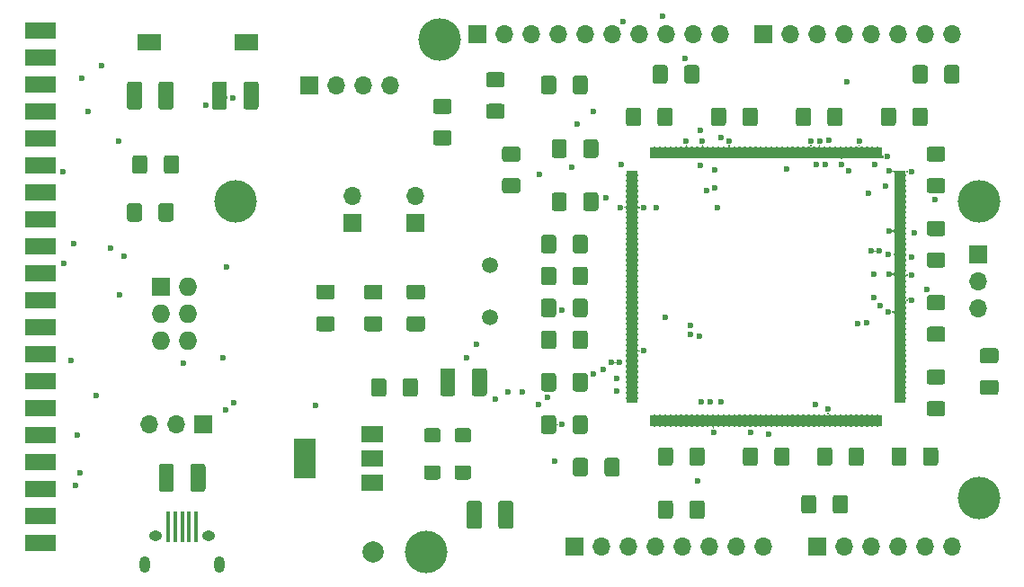
<source format=gts>
%TF.GenerationSoftware,KiCad,Pcbnew,5.1.9+dfsg1-1~bpo10+1*%
%TF.CreationDate,2021-03-22T18:02:22+01:00*%
%TF.ProjectId,stduinof429,73746475-696e-46f6-9634-32392e6b6963,rev?*%
%TF.SameCoordinates,Original*%
%TF.FileFunction,Soldermask,Top*%
%TF.FilePolarity,Negative*%
%FSLAX46Y46*%
G04 Gerber Fmt 4.6, Leading zero omitted, Abs format (unit mm)*
G04 Created by KiCad (PCBNEW 5.1.9+dfsg1-1~bpo10+1) date 2021-03-22 18:02:22*
%MOMM*%
%LPD*%
G01*
G04 APERTURE LIST*
%ADD10R,3.000000X1.524000*%
%ADD11C,1.500000*%
%ADD12R,2.180000X1.600000*%
%ADD13O,1.000000X1.550000*%
%ADD14O,1.250000X0.950000*%
%ADD15R,0.400000X3.000000*%
%ADD16O,1.727200X1.727200*%
%ADD17R,1.727200X1.727200*%
%ADD18R,2.000000X3.800000*%
%ADD19R,2.000000X1.500000*%
%ADD20O,1.700000X1.700000*%
%ADD21R,1.700000X1.700000*%
%ADD22R,1.120000X0.300000*%
%ADD23R,0.300000X1.120000*%
%ADD24C,2.000000*%
%ADD25C,4.000000*%
%ADD26C,0.600000*%
%ADD27C,0.100000*%
G04 APERTURE END LIST*
D10*
X88646000Y-75235000D03*
X88646000Y-77775000D03*
X88646000Y-80315000D03*
X88646000Y-82855000D03*
X88646000Y-85395000D03*
X88646000Y-87935000D03*
X88646000Y-90475000D03*
X88646000Y-93015000D03*
X88646000Y-95555000D03*
X88646000Y-98095000D03*
X88646000Y-100635000D03*
X88646000Y-103175000D03*
X88646000Y-105715000D03*
X88646000Y-108255000D03*
X88646000Y-110795000D03*
X88646000Y-113335000D03*
X88646000Y-115875000D03*
X88646000Y-118415000D03*
X88646000Y-120955000D03*
X88646000Y-123495000D03*
D11*
X130998000Y-102245000D03*
X130998000Y-97365000D03*
D12*
X108088000Y-76365000D03*
X98908000Y-76365000D03*
D13*
X105497100Y-125502460D03*
X98497100Y-125502460D03*
D14*
X104497100Y-122802460D03*
X99497100Y-122802460D03*
D15*
X103297100Y-121975000D03*
X102647100Y-121975000D03*
X101997100Y-121975000D03*
X101347100Y-121975000D03*
X100692440Y-121974860D03*
D16*
X102538000Y-104445000D03*
X99998000Y-104445000D03*
X102538000Y-101905000D03*
X99998000Y-101905000D03*
X102538000Y-99365000D03*
D17*
X99998000Y-99365000D03*
D18*
X113563000Y-115570000D03*
D19*
X119863000Y-115570000D03*
X119863000Y-113270000D03*
X119863000Y-117870000D03*
G36*
G01*
X173773000Y-79990000D02*
X173773000Y-78740000D01*
G75*
G02*
X174023000Y-78490000I250000J0D01*
G01*
X174948000Y-78490000D01*
G75*
G02*
X175198000Y-78740000I0J-250000D01*
G01*
X175198000Y-79990000D01*
G75*
G02*
X174948000Y-80240000I-250000J0D01*
G01*
X174023000Y-80240000D01*
G75*
G02*
X173773000Y-79990000I0J250000D01*
G01*
G37*
G36*
G01*
X170798000Y-79990000D02*
X170798000Y-78740000D01*
G75*
G02*
X171048000Y-78490000I250000J0D01*
G01*
X171973000Y-78490000D01*
G75*
G02*
X172223000Y-78740000I0J-250000D01*
G01*
X172223000Y-79990000D01*
G75*
G02*
X171973000Y-80240000I-250000J0D01*
G01*
X171048000Y-80240000D01*
G75*
G02*
X170798000Y-79990000I0J250000D01*
G01*
G37*
G36*
G01*
X166198000Y-114740000D02*
X166198000Y-115990000D01*
G75*
G02*
X165948000Y-116240000I-250000J0D01*
G01*
X165023000Y-116240000D01*
G75*
G02*
X164773000Y-115990000I0J250000D01*
G01*
X164773000Y-114740000D01*
G75*
G02*
X165023000Y-114490000I250000J0D01*
G01*
X165948000Y-114490000D01*
G75*
G02*
X166198000Y-114740000I0J-250000D01*
G01*
G37*
G36*
G01*
X163223000Y-114740000D02*
X163223000Y-115990000D01*
G75*
G02*
X162973000Y-116240000I-250000J0D01*
G01*
X162048000Y-116240000D01*
G75*
G02*
X161798000Y-115990000I0J250000D01*
G01*
X161798000Y-114740000D01*
G75*
G02*
X162048000Y-114490000I250000J0D01*
G01*
X162973000Y-114490000D01*
G75*
G02*
X163223000Y-114740000I0J-250000D01*
G01*
G37*
G36*
G01*
X139773000Y-86990000D02*
X139773000Y-85740000D01*
G75*
G02*
X140023000Y-85490000I250000J0D01*
G01*
X140948000Y-85490000D01*
G75*
G02*
X141198000Y-85740000I0J-250000D01*
G01*
X141198000Y-86990000D01*
G75*
G02*
X140948000Y-87240000I-250000J0D01*
G01*
X140023000Y-87240000D01*
G75*
G02*
X139773000Y-86990000I0J250000D01*
G01*
G37*
G36*
G01*
X136798000Y-86990000D02*
X136798000Y-85740000D01*
G75*
G02*
X137048000Y-85490000I250000J0D01*
G01*
X137973000Y-85490000D01*
G75*
G02*
X138223000Y-85740000I0J-250000D01*
G01*
X138223000Y-86990000D01*
G75*
G02*
X137973000Y-87240000I-250000J0D01*
G01*
X137048000Y-87240000D01*
G75*
G02*
X136798000Y-86990000I0J250000D01*
G01*
G37*
G36*
G01*
X143798000Y-83990000D02*
X143798000Y-82740000D01*
G75*
G02*
X144048000Y-82490000I250000J0D01*
G01*
X144973000Y-82490000D01*
G75*
G02*
X145223000Y-82740000I0J-250000D01*
G01*
X145223000Y-83990000D01*
G75*
G02*
X144973000Y-84240000I-250000J0D01*
G01*
X144048000Y-84240000D01*
G75*
G02*
X143798000Y-83990000I0J250000D01*
G01*
G37*
G36*
G01*
X146773000Y-83990000D02*
X146773000Y-82740000D01*
G75*
G02*
X147023000Y-82490000I250000J0D01*
G01*
X147948000Y-82490000D01*
G75*
G02*
X148198000Y-82740000I0J-250000D01*
G01*
X148198000Y-83990000D01*
G75*
G02*
X147948000Y-84240000I-250000J0D01*
G01*
X147023000Y-84240000D01*
G75*
G02*
X146773000Y-83990000I0J250000D01*
G01*
G37*
G36*
G01*
X153223000Y-82740000D02*
X153223000Y-83990000D01*
G75*
G02*
X152973000Y-84240000I-250000J0D01*
G01*
X152048000Y-84240000D01*
G75*
G02*
X151798000Y-83990000I0J250000D01*
G01*
X151798000Y-82740000D01*
G75*
G02*
X152048000Y-82490000I250000J0D01*
G01*
X152973000Y-82490000D01*
G75*
G02*
X153223000Y-82740000I0J-250000D01*
G01*
G37*
G36*
G01*
X156198000Y-82740000D02*
X156198000Y-83990000D01*
G75*
G02*
X155948000Y-84240000I-250000J0D01*
G01*
X155023000Y-84240000D01*
G75*
G02*
X154773000Y-83990000I0J250000D01*
G01*
X154773000Y-82740000D01*
G75*
G02*
X155023000Y-82490000I250000J0D01*
G01*
X155948000Y-82490000D01*
G75*
G02*
X156198000Y-82740000I0J-250000D01*
G01*
G37*
G36*
G01*
X159798000Y-83990000D02*
X159798000Y-82740000D01*
G75*
G02*
X160048000Y-82490000I250000J0D01*
G01*
X160973000Y-82490000D01*
G75*
G02*
X161223000Y-82740000I0J-250000D01*
G01*
X161223000Y-83990000D01*
G75*
G02*
X160973000Y-84240000I-250000J0D01*
G01*
X160048000Y-84240000D01*
G75*
G02*
X159798000Y-83990000I0J250000D01*
G01*
G37*
G36*
G01*
X162773000Y-83990000D02*
X162773000Y-82740000D01*
G75*
G02*
X163023000Y-82490000I250000J0D01*
G01*
X163948000Y-82490000D01*
G75*
G02*
X164198000Y-82740000I0J-250000D01*
G01*
X164198000Y-83990000D01*
G75*
G02*
X163948000Y-84240000I-250000J0D01*
G01*
X163023000Y-84240000D01*
G75*
G02*
X162773000Y-83990000I0J250000D01*
G01*
G37*
G36*
G01*
X169223000Y-82740000D02*
X169223000Y-83990000D01*
G75*
G02*
X168973000Y-84240000I-250000J0D01*
G01*
X168048000Y-84240000D01*
G75*
G02*
X167798000Y-83990000I0J250000D01*
G01*
X167798000Y-82740000D01*
G75*
G02*
X168048000Y-82490000I250000J0D01*
G01*
X168973000Y-82490000D01*
G75*
G02*
X169223000Y-82740000I0J-250000D01*
G01*
G37*
G36*
G01*
X172198000Y-82740000D02*
X172198000Y-83990000D01*
G75*
G02*
X171948000Y-84240000I-250000J0D01*
G01*
X171023000Y-84240000D01*
G75*
G02*
X170773000Y-83990000I0J250000D01*
G01*
X170773000Y-82740000D01*
G75*
G02*
X171023000Y-82490000I250000J0D01*
G01*
X171948000Y-82490000D01*
G75*
G02*
X172198000Y-82740000I0J-250000D01*
G01*
G37*
G36*
G01*
X173623000Y-90565000D02*
X172373000Y-90565000D01*
G75*
G02*
X172123000Y-90315000I0J250000D01*
G01*
X172123000Y-89390000D01*
G75*
G02*
X172373000Y-89140000I250000J0D01*
G01*
X173623000Y-89140000D01*
G75*
G02*
X173873000Y-89390000I0J-250000D01*
G01*
X173873000Y-90315000D01*
G75*
G02*
X173623000Y-90565000I-250000J0D01*
G01*
G37*
G36*
G01*
X173623000Y-87590000D02*
X172373000Y-87590000D01*
G75*
G02*
X172123000Y-87340000I0J250000D01*
G01*
X172123000Y-86415000D01*
G75*
G02*
X172373000Y-86165000I250000J0D01*
G01*
X173623000Y-86165000D01*
G75*
G02*
X173873000Y-86415000I0J-250000D01*
G01*
X173873000Y-87340000D01*
G75*
G02*
X173623000Y-87590000I-250000J0D01*
G01*
G37*
G36*
G01*
X172373000Y-96140000D02*
X173623000Y-96140000D01*
G75*
G02*
X173873000Y-96390000I0J-250000D01*
G01*
X173873000Y-97315000D01*
G75*
G02*
X173623000Y-97565000I-250000J0D01*
G01*
X172373000Y-97565000D01*
G75*
G02*
X172123000Y-97315000I0J250000D01*
G01*
X172123000Y-96390000D01*
G75*
G02*
X172373000Y-96140000I250000J0D01*
G01*
G37*
G36*
G01*
X172373000Y-93165000D02*
X173623000Y-93165000D01*
G75*
G02*
X173873000Y-93415000I0J-250000D01*
G01*
X173873000Y-94340000D01*
G75*
G02*
X173623000Y-94590000I-250000J0D01*
G01*
X172373000Y-94590000D01*
G75*
G02*
X172123000Y-94340000I0J250000D01*
G01*
X172123000Y-93415000D01*
G75*
G02*
X172373000Y-93165000I250000J0D01*
G01*
G37*
G36*
G01*
X172373000Y-100165000D02*
X173623000Y-100165000D01*
G75*
G02*
X173873000Y-100415000I0J-250000D01*
G01*
X173873000Y-101340000D01*
G75*
G02*
X173623000Y-101590000I-250000J0D01*
G01*
X172373000Y-101590000D01*
G75*
G02*
X172123000Y-101340000I0J250000D01*
G01*
X172123000Y-100415000D01*
G75*
G02*
X172373000Y-100165000I250000J0D01*
G01*
G37*
G36*
G01*
X172373000Y-103140000D02*
X173623000Y-103140000D01*
G75*
G02*
X173873000Y-103390000I0J-250000D01*
G01*
X173873000Y-104315000D01*
G75*
G02*
X173623000Y-104565000I-250000J0D01*
G01*
X172373000Y-104565000D01*
G75*
G02*
X172123000Y-104315000I0J250000D01*
G01*
X172123000Y-103390000D01*
G75*
G02*
X172373000Y-103140000I250000J0D01*
G01*
G37*
G36*
G01*
X173623000Y-108590000D02*
X172373000Y-108590000D01*
G75*
G02*
X172123000Y-108340000I0J250000D01*
G01*
X172123000Y-107415000D01*
G75*
G02*
X172373000Y-107165000I250000J0D01*
G01*
X173623000Y-107165000D01*
G75*
G02*
X173873000Y-107415000I0J-250000D01*
G01*
X173873000Y-108340000D01*
G75*
G02*
X173623000Y-108590000I-250000J0D01*
G01*
G37*
G36*
G01*
X173623000Y-111565000D02*
X172373000Y-111565000D01*
G75*
G02*
X172123000Y-111315000I0J250000D01*
G01*
X172123000Y-110390000D01*
G75*
G02*
X172373000Y-110140000I250000J0D01*
G01*
X173623000Y-110140000D01*
G75*
G02*
X173873000Y-110390000I0J-250000D01*
G01*
X173873000Y-111315000D01*
G75*
G02*
X173623000Y-111565000I-250000J0D01*
G01*
G37*
G36*
G01*
X135798000Y-104990000D02*
X135798000Y-103740000D01*
G75*
G02*
X136048000Y-103490000I250000J0D01*
G01*
X136973000Y-103490000D01*
G75*
G02*
X137223000Y-103740000I0J-250000D01*
G01*
X137223000Y-104990000D01*
G75*
G02*
X136973000Y-105240000I-250000J0D01*
G01*
X136048000Y-105240000D01*
G75*
G02*
X135798000Y-104990000I0J250000D01*
G01*
G37*
G36*
G01*
X138773000Y-104990000D02*
X138773000Y-103740000D01*
G75*
G02*
X139023000Y-103490000I250000J0D01*
G01*
X139948000Y-103490000D01*
G75*
G02*
X140198000Y-103740000I0J-250000D01*
G01*
X140198000Y-104990000D01*
G75*
G02*
X139948000Y-105240000I-250000J0D01*
G01*
X139023000Y-105240000D01*
G75*
G02*
X138773000Y-104990000I0J250000D01*
G01*
G37*
G36*
G01*
X139773000Y-91990000D02*
X139773000Y-90740000D01*
G75*
G02*
X140023000Y-90490000I250000J0D01*
G01*
X140948000Y-90490000D01*
G75*
G02*
X141198000Y-90740000I0J-250000D01*
G01*
X141198000Y-91990000D01*
G75*
G02*
X140948000Y-92240000I-250000J0D01*
G01*
X140023000Y-92240000D01*
G75*
G02*
X139773000Y-91990000I0J250000D01*
G01*
G37*
G36*
G01*
X136798000Y-91990000D02*
X136798000Y-90740000D01*
G75*
G02*
X137048000Y-90490000I250000J0D01*
G01*
X137973000Y-90490000D01*
G75*
G02*
X138223000Y-90740000I0J-250000D01*
G01*
X138223000Y-91990000D01*
G75*
G02*
X137973000Y-92240000I-250000J0D01*
G01*
X137048000Y-92240000D01*
G75*
G02*
X136798000Y-91990000I0J250000D01*
G01*
G37*
G36*
G01*
X160298000Y-120490000D02*
X160298000Y-119240000D01*
G75*
G02*
X160548000Y-118990000I250000J0D01*
G01*
X161473000Y-118990000D01*
G75*
G02*
X161723000Y-119240000I0J-250000D01*
G01*
X161723000Y-120490000D01*
G75*
G02*
X161473000Y-120740000I-250000J0D01*
G01*
X160548000Y-120740000D01*
G75*
G02*
X160298000Y-120490000I0J250000D01*
G01*
G37*
G36*
G01*
X163273000Y-120490000D02*
X163273000Y-119240000D01*
G75*
G02*
X163523000Y-118990000I250000J0D01*
G01*
X164448000Y-118990000D01*
G75*
G02*
X164698000Y-119240000I0J-250000D01*
G01*
X164698000Y-120490000D01*
G75*
G02*
X164448000Y-120740000I-250000J0D01*
G01*
X163523000Y-120740000D01*
G75*
G02*
X163273000Y-120490000I0J250000D01*
G01*
G37*
G36*
G01*
X132373000Y-89140000D02*
X133623000Y-89140000D01*
G75*
G02*
X133873000Y-89390000I0J-250000D01*
G01*
X133873000Y-90315000D01*
G75*
G02*
X133623000Y-90565000I-250000J0D01*
G01*
X132373000Y-90565000D01*
G75*
G02*
X132123000Y-90315000I0J250000D01*
G01*
X132123000Y-89390000D01*
G75*
G02*
X132373000Y-89140000I250000J0D01*
G01*
G37*
G36*
G01*
X132373000Y-86165000D02*
X133623000Y-86165000D01*
G75*
G02*
X133873000Y-86415000I0J-250000D01*
G01*
X133873000Y-87340000D01*
G75*
G02*
X133623000Y-87590000I-250000J0D01*
G01*
X132373000Y-87590000D01*
G75*
G02*
X132123000Y-87340000I0J250000D01*
G01*
X132123000Y-86415000D01*
G75*
G02*
X132373000Y-86165000I250000J0D01*
G01*
G37*
G36*
G01*
X138798000Y-116990000D02*
X138798000Y-115740000D01*
G75*
G02*
X139048000Y-115490000I250000J0D01*
G01*
X139973000Y-115490000D01*
G75*
G02*
X140223000Y-115740000I0J-250000D01*
G01*
X140223000Y-116990000D01*
G75*
G02*
X139973000Y-117240000I-250000J0D01*
G01*
X139048000Y-117240000D01*
G75*
G02*
X138798000Y-116990000I0J250000D01*
G01*
G37*
G36*
G01*
X141773000Y-116990000D02*
X141773000Y-115740000D01*
G75*
G02*
X142023000Y-115490000I250000J0D01*
G01*
X142948000Y-115490000D01*
G75*
G02*
X143198000Y-115740000I0J-250000D01*
G01*
X143198000Y-116990000D01*
G75*
G02*
X142948000Y-117240000I-250000J0D01*
G01*
X142023000Y-117240000D01*
G75*
G02*
X141773000Y-116990000I0J250000D01*
G01*
G37*
G36*
G01*
X138773000Y-112990000D02*
X138773000Y-111740000D01*
G75*
G02*
X139023000Y-111490000I250000J0D01*
G01*
X139948000Y-111490000D01*
G75*
G02*
X140198000Y-111740000I0J-250000D01*
G01*
X140198000Y-112990000D01*
G75*
G02*
X139948000Y-113240000I-250000J0D01*
G01*
X139023000Y-113240000D01*
G75*
G02*
X138773000Y-112990000I0J250000D01*
G01*
G37*
G36*
G01*
X135798000Y-112990000D02*
X135798000Y-111740000D01*
G75*
G02*
X136048000Y-111490000I250000J0D01*
G01*
X136973000Y-111490000D01*
G75*
G02*
X137223000Y-111740000I0J-250000D01*
G01*
X137223000Y-112990000D01*
G75*
G02*
X136973000Y-113240000I-250000J0D01*
G01*
X136048000Y-113240000D01*
G75*
G02*
X135798000Y-112990000I0J250000D01*
G01*
G37*
G36*
G01*
X135798000Y-108990000D02*
X135798000Y-107740000D01*
G75*
G02*
X136048000Y-107490000I250000J0D01*
G01*
X136973000Y-107490000D01*
G75*
G02*
X137223000Y-107740000I0J-250000D01*
G01*
X137223000Y-108990000D01*
G75*
G02*
X136973000Y-109240000I-250000J0D01*
G01*
X136048000Y-109240000D01*
G75*
G02*
X135798000Y-108990000I0J250000D01*
G01*
G37*
G36*
G01*
X138773000Y-108990000D02*
X138773000Y-107740000D01*
G75*
G02*
X139023000Y-107490000I250000J0D01*
G01*
X139948000Y-107490000D01*
G75*
G02*
X140198000Y-107740000I0J-250000D01*
G01*
X140198000Y-108990000D01*
G75*
G02*
X139948000Y-109240000I-250000J0D01*
G01*
X139023000Y-109240000D01*
G75*
G02*
X138773000Y-108990000I0J250000D01*
G01*
G37*
G36*
G01*
X148223000Y-114740000D02*
X148223000Y-115990000D01*
G75*
G02*
X147973000Y-116240000I-250000J0D01*
G01*
X147048000Y-116240000D01*
G75*
G02*
X146798000Y-115990000I0J250000D01*
G01*
X146798000Y-114740000D01*
G75*
G02*
X147048000Y-114490000I250000J0D01*
G01*
X147973000Y-114490000D01*
G75*
G02*
X148223000Y-114740000I0J-250000D01*
G01*
G37*
G36*
G01*
X151198000Y-114740000D02*
X151198000Y-115990000D01*
G75*
G02*
X150948000Y-116240000I-250000J0D01*
G01*
X150023000Y-116240000D01*
G75*
G02*
X149773000Y-115990000I0J250000D01*
G01*
X149773000Y-114740000D01*
G75*
G02*
X150023000Y-114490000I250000J0D01*
G01*
X150948000Y-114490000D01*
G75*
G02*
X151198000Y-114740000I0J-250000D01*
G01*
G37*
G36*
G01*
X154798000Y-115990000D02*
X154798000Y-114740000D01*
G75*
G02*
X155048000Y-114490000I250000J0D01*
G01*
X155973000Y-114490000D01*
G75*
G02*
X156223000Y-114740000I0J-250000D01*
G01*
X156223000Y-115990000D01*
G75*
G02*
X155973000Y-116240000I-250000J0D01*
G01*
X155048000Y-116240000D01*
G75*
G02*
X154798000Y-115990000I0J250000D01*
G01*
G37*
G36*
G01*
X157773000Y-115990000D02*
X157773000Y-114740000D01*
G75*
G02*
X158023000Y-114490000I250000J0D01*
G01*
X158948000Y-114490000D01*
G75*
G02*
X159198000Y-114740000I0J-250000D01*
G01*
X159198000Y-115990000D01*
G75*
G02*
X158948000Y-116240000I-250000J0D01*
G01*
X158023000Y-116240000D01*
G75*
G02*
X157773000Y-115990000I0J250000D01*
G01*
G37*
G36*
G01*
X138773000Y-95990000D02*
X138773000Y-94740000D01*
G75*
G02*
X139023000Y-94490000I250000J0D01*
G01*
X139948000Y-94490000D01*
G75*
G02*
X140198000Y-94740000I0J-250000D01*
G01*
X140198000Y-95990000D01*
G75*
G02*
X139948000Y-96240000I-250000J0D01*
G01*
X139023000Y-96240000D01*
G75*
G02*
X138773000Y-95990000I0J250000D01*
G01*
G37*
G36*
G01*
X135798000Y-95990000D02*
X135798000Y-94740000D01*
G75*
G02*
X136048000Y-94490000I250000J0D01*
G01*
X136973000Y-94490000D01*
G75*
G02*
X137223000Y-94740000I0J-250000D01*
G01*
X137223000Y-95990000D01*
G75*
G02*
X136973000Y-96240000I-250000J0D01*
G01*
X136048000Y-96240000D01*
G75*
G02*
X135798000Y-95990000I0J250000D01*
G01*
G37*
G36*
G01*
X168798000Y-115990000D02*
X168798000Y-114740000D01*
G75*
G02*
X169048000Y-114490000I250000J0D01*
G01*
X169973000Y-114490000D01*
G75*
G02*
X170223000Y-114740000I0J-250000D01*
G01*
X170223000Y-115990000D01*
G75*
G02*
X169973000Y-116240000I-250000J0D01*
G01*
X169048000Y-116240000D01*
G75*
G02*
X168798000Y-115990000I0J250000D01*
G01*
G37*
G36*
G01*
X171773000Y-115990000D02*
X171773000Y-114740000D01*
G75*
G02*
X172023000Y-114490000I250000J0D01*
G01*
X172948000Y-114490000D01*
G75*
G02*
X173198000Y-114740000I0J-250000D01*
G01*
X173198000Y-115990000D01*
G75*
G02*
X172948000Y-116240000I-250000J0D01*
G01*
X172023000Y-116240000D01*
G75*
G02*
X171773000Y-115990000I0J250000D01*
G01*
G37*
G36*
G01*
X128798000Y-121940000D02*
X128798000Y-119790000D01*
G75*
G02*
X129048000Y-119540000I250000J0D01*
G01*
X129973000Y-119540000D01*
G75*
G02*
X130223000Y-119790000I0J-250000D01*
G01*
X130223000Y-121940000D01*
G75*
G02*
X129973000Y-122190000I-250000J0D01*
G01*
X129048000Y-122190000D01*
G75*
G02*
X128798000Y-121940000I0J250000D01*
G01*
G37*
G36*
G01*
X131773000Y-121940000D02*
X131773000Y-119790000D01*
G75*
G02*
X132023000Y-119540000I250000J0D01*
G01*
X132948000Y-119540000D01*
G75*
G02*
X133198000Y-119790000I0J-250000D01*
G01*
X133198000Y-121940000D01*
G75*
G02*
X132948000Y-122190000I-250000J0D01*
G01*
X132023000Y-122190000D01*
G75*
G02*
X131773000Y-121940000I0J250000D01*
G01*
G37*
G36*
G01*
X98223000Y-80290000D02*
X98223000Y-82440000D01*
G75*
G02*
X97973000Y-82690000I-250000J0D01*
G01*
X97048000Y-82690000D01*
G75*
G02*
X96798000Y-82440000I0J250000D01*
G01*
X96798000Y-80290000D01*
G75*
G02*
X97048000Y-80040000I250000J0D01*
G01*
X97973000Y-80040000D01*
G75*
G02*
X98223000Y-80290000I0J-250000D01*
G01*
G37*
G36*
G01*
X101198000Y-80290000D02*
X101198000Y-82440000D01*
G75*
G02*
X100948000Y-82690000I-250000J0D01*
G01*
X100023000Y-82690000D01*
G75*
G02*
X99773000Y-82440000I0J250000D01*
G01*
X99773000Y-80290000D01*
G75*
G02*
X100023000Y-80040000I250000J0D01*
G01*
X100948000Y-80040000D01*
G75*
G02*
X101198000Y-80290000I0J-250000D01*
G01*
G37*
G36*
G01*
X99798000Y-118440000D02*
X99798000Y-116290000D01*
G75*
G02*
X100048000Y-116040000I250000J0D01*
G01*
X100973000Y-116040000D01*
G75*
G02*
X101223000Y-116290000I0J-250000D01*
G01*
X101223000Y-118440000D01*
G75*
G02*
X100973000Y-118690000I-250000J0D01*
G01*
X100048000Y-118690000D01*
G75*
G02*
X99798000Y-118440000I0J250000D01*
G01*
G37*
G36*
G01*
X102773000Y-118440000D02*
X102773000Y-116290000D01*
G75*
G02*
X103023000Y-116040000I250000J0D01*
G01*
X103948000Y-116040000D01*
G75*
G02*
X104198000Y-116290000I0J-250000D01*
G01*
X104198000Y-118440000D01*
G75*
G02*
X103948000Y-118690000I-250000J0D01*
G01*
X103023000Y-118690000D01*
G75*
G02*
X102773000Y-118440000I0J250000D01*
G01*
G37*
G36*
G01*
X127648000Y-117290001D02*
X127648000Y-116439999D01*
G75*
G02*
X127897999Y-116190000I249999J0D01*
G01*
X128973001Y-116190000D01*
G75*
G02*
X129223000Y-116439999I0J-249999D01*
G01*
X129223000Y-117290001D01*
G75*
G02*
X128973001Y-117540000I-249999J0D01*
G01*
X127897999Y-117540000D01*
G75*
G02*
X127648000Y-117290001I0J249999D01*
G01*
G37*
G36*
G01*
X124773000Y-117290001D02*
X124773000Y-116439999D01*
G75*
G02*
X125022999Y-116190000I249999J0D01*
G01*
X126098001Y-116190000D01*
G75*
G02*
X126348000Y-116439999I0J-249999D01*
G01*
X126348000Y-117290001D01*
G75*
G02*
X126098001Y-117540000I-249999J0D01*
G01*
X125022999Y-117540000D01*
G75*
G02*
X124773000Y-117290001I0J249999D01*
G01*
G37*
G36*
G01*
X124773000Y-113790001D02*
X124773000Y-112939999D01*
G75*
G02*
X125022999Y-112690000I249999J0D01*
G01*
X126098001Y-112690000D01*
G75*
G02*
X126348000Y-112939999I0J-249999D01*
G01*
X126348000Y-113790001D01*
G75*
G02*
X126098001Y-114040000I-249999J0D01*
G01*
X125022999Y-114040000D01*
G75*
G02*
X124773000Y-113790001I0J249999D01*
G01*
G37*
G36*
G01*
X127648000Y-113790001D02*
X127648000Y-112939999D01*
G75*
G02*
X127897999Y-112690000I249999J0D01*
G01*
X128973001Y-112690000D01*
G75*
G02*
X129223000Y-112939999I0J-249999D01*
G01*
X129223000Y-113790001D01*
G75*
G02*
X128973001Y-114040000I-249999J0D01*
G01*
X127897999Y-114040000D01*
G75*
G02*
X127648000Y-113790001I0J249999D01*
G01*
G37*
D20*
X117998000Y-90825000D03*
D21*
X117998000Y-93365000D03*
X123998000Y-93365000D03*
D20*
X123998000Y-90825000D03*
X176998000Y-101445000D03*
X176998000Y-98905000D03*
D21*
X176998000Y-96365000D03*
X103998000Y-112365000D03*
D20*
X101458000Y-112365000D03*
X98918000Y-112365000D03*
D21*
X113998000Y-80365000D03*
D20*
X116538000Y-80365000D03*
X119078000Y-80365000D03*
X121618000Y-80365000D03*
D21*
X161798000Y-123825000D03*
D20*
X164338000Y-123825000D03*
X166878000Y-123825000D03*
X169418000Y-123825000D03*
X171958000Y-123825000D03*
X174498000Y-123825000D03*
X156718000Y-123825000D03*
X154178000Y-123825000D03*
X151638000Y-123825000D03*
X149098000Y-123825000D03*
X146558000Y-123825000D03*
X144018000Y-123825000D03*
X141478000Y-123825000D03*
D21*
X138938000Y-123825000D03*
X156718000Y-75565000D03*
D20*
X159258000Y-75565000D03*
X161798000Y-75565000D03*
X164338000Y-75565000D03*
X166878000Y-75565000D03*
X169418000Y-75565000D03*
X171958000Y-75565000D03*
X174498000Y-75565000D03*
D21*
X129794000Y-75565000D03*
D20*
X132334000Y-75565000D03*
X134874000Y-75565000D03*
X137414000Y-75565000D03*
X139954000Y-75565000D03*
X142494000Y-75565000D03*
X145034000Y-75565000D03*
X147574000Y-75565000D03*
X150114000Y-75565000D03*
X152654000Y-75565000D03*
G36*
G01*
X99773000Y-92990000D02*
X99773000Y-91740000D01*
G75*
G02*
X100023000Y-91490000I250000J0D01*
G01*
X100948000Y-91490000D01*
G75*
G02*
X101198000Y-91740000I0J-250000D01*
G01*
X101198000Y-92990000D01*
G75*
G02*
X100948000Y-93240000I-250000J0D01*
G01*
X100023000Y-93240000D01*
G75*
G02*
X99773000Y-92990000I0J250000D01*
G01*
G37*
G36*
G01*
X96798000Y-92990000D02*
X96798000Y-91740000D01*
G75*
G02*
X97048000Y-91490000I250000J0D01*
G01*
X97973000Y-91490000D01*
G75*
G02*
X98223000Y-91740000I0J-250000D01*
G01*
X98223000Y-92990000D01*
G75*
G02*
X97973000Y-93240000I-250000J0D01*
G01*
X97048000Y-93240000D01*
G75*
G02*
X96798000Y-92990000I0J250000D01*
G01*
G37*
G36*
G01*
X119798000Y-109490000D02*
X119798000Y-108240000D01*
G75*
G02*
X120048000Y-107990000I250000J0D01*
G01*
X120973000Y-107990000D01*
G75*
G02*
X121223000Y-108240000I0J-250000D01*
G01*
X121223000Y-109490000D01*
G75*
G02*
X120973000Y-109740000I-250000J0D01*
G01*
X120048000Y-109740000D01*
G75*
G02*
X119798000Y-109490000I0J250000D01*
G01*
G37*
G36*
G01*
X122773000Y-109490000D02*
X122773000Y-108240000D01*
G75*
G02*
X123023000Y-107990000I250000J0D01*
G01*
X123948000Y-107990000D01*
G75*
G02*
X124198000Y-108240000I0J-250000D01*
G01*
X124198000Y-109490000D01*
G75*
G02*
X123948000Y-109740000I-250000J0D01*
G01*
X123023000Y-109740000D01*
G75*
G02*
X122773000Y-109490000I0J250000D01*
G01*
G37*
D22*
X144378000Y-88615000D03*
X144378000Y-89115000D03*
X144378000Y-89615000D03*
X144378000Y-90115000D03*
X144378000Y-90615000D03*
X144378000Y-91115000D03*
X144378000Y-91615000D03*
X144378000Y-92115000D03*
X144378000Y-92615000D03*
X144378000Y-93115000D03*
X144378000Y-93615000D03*
X144378000Y-94115000D03*
X144378000Y-94615000D03*
X144378000Y-95115000D03*
X144378000Y-95615000D03*
X144378000Y-96115000D03*
X144378000Y-96615000D03*
X144378000Y-97115000D03*
X144378000Y-97615000D03*
X144378000Y-98115000D03*
X144378000Y-98615000D03*
X144378000Y-99115000D03*
X144378000Y-99615000D03*
X144378000Y-100115000D03*
X144378000Y-100615000D03*
X144378000Y-101115000D03*
X144378000Y-101615000D03*
X144378000Y-102115000D03*
X144378000Y-102615000D03*
X144378000Y-103115000D03*
X144378000Y-103615000D03*
X144378000Y-104115000D03*
X144378000Y-104615000D03*
X144378000Y-105115000D03*
X144378000Y-105615000D03*
X144378000Y-106115000D03*
X144378000Y-106615000D03*
X144378000Y-107115000D03*
X144378000Y-107615000D03*
X144378000Y-108115000D03*
X144378000Y-108615000D03*
X144378000Y-109115000D03*
X144378000Y-109615000D03*
X144378000Y-110115000D03*
D23*
X146248000Y-111985000D03*
X146748000Y-111985000D03*
X147248000Y-111985000D03*
X147748000Y-111985000D03*
X148248000Y-111985000D03*
X148748000Y-111985000D03*
X149248000Y-111985000D03*
X149748000Y-111985000D03*
X150248000Y-111985000D03*
X150748000Y-111985000D03*
X151248000Y-111985000D03*
X151748000Y-111985000D03*
X152248000Y-111985000D03*
X152748000Y-111985000D03*
X153248000Y-111985000D03*
X153748000Y-111985000D03*
X154248000Y-111985000D03*
X154748000Y-111985000D03*
X155248000Y-111985000D03*
X155748000Y-111985000D03*
X156248000Y-111985000D03*
X156748000Y-111985000D03*
X157248000Y-111985000D03*
X157748000Y-111985000D03*
X158248000Y-111985000D03*
X158748000Y-111985000D03*
X159248000Y-111985000D03*
X159748000Y-111985000D03*
X160248000Y-111985000D03*
X160748000Y-111985000D03*
X161248000Y-111985000D03*
X161748000Y-111985000D03*
X162248000Y-111985000D03*
X162748000Y-111985000D03*
X163248000Y-111985000D03*
X163748000Y-111985000D03*
X164248000Y-111985000D03*
X164748000Y-111985000D03*
X165248000Y-111985000D03*
X165748000Y-111985000D03*
X166248000Y-111985000D03*
X166748000Y-111985000D03*
X167248000Y-111985000D03*
X167748000Y-111985000D03*
D22*
X169618000Y-110115000D03*
X169618000Y-109615000D03*
X169618000Y-109115000D03*
X169618000Y-108615000D03*
X169618000Y-108115000D03*
X169618000Y-107615000D03*
X169618000Y-107115000D03*
X169618000Y-106615000D03*
X169618000Y-106115000D03*
X169618000Y-105615000D03*
X169618000Y-105115000D03*
X169618000Y-104615000D03*
X169618000Y-104115000D03*
X169618000Y-103615000D03*
X169618000Y-103115000D03*
X169618000Y-102615000D03*
X169618000Y-102115000D03*
X169618000Y-101615000D03*
X169618000Y-101115000D03*
X169618000Y-100615000D03*
X169618000Y-100115000D03*
X169618000Y-99615000D03*
X169618000Y-99115000D03*
X169618000Y-98615000D03*
X169618000Y-98115000D03*
X169618000Y-97615000D03*
X169618000Y-97115000D03*
X169618000Y-96615000D03*
X169618000Y-96115000D03*
X169618000Y-95615000D03*
X169618000Y-95115000D03*
X169618000Y-94615000D03*
X169618000Y-94115000D03*
X169618000Y-93615000D03*
X169618000Y-93115000D03*
X169618000Y-92615000D03*
X169618000Y-92115000D03*
X169618000Y-91615000D03*
X169618000Y-91115000D03*
X169618000Y-90615000D03*
X169618000Y-90115000D03*
X169618000Y-89615000D03*
X169618000Y-89115000D03*
X169618000Y-88615000D03*
D23*
X167748000Y-86745000D03*
X167248000Y-86745000D03*
X166748000Y-86745000D03*
X166248000Y-86745000D03*
X165748000Y-86745000D03*
X165248000Y-86745000D03*
X164748000Y-86745000D03*
X164248000Y-86745000D03*
X163748000Y-86745000D03*
X163248000Y-86745000D03*
X162748000Y-86745000D03*
X162248000Y-86745000D03*
X161748000Y-86745000D03*
X161248000Y-86745000D03*
X160748000Y-86745000D03*
X160248000Y-86745000D03*
X159748000Y-86745000D03*
X159248000Y-86745000D03*
X158748000Y-86745000D03*
X158248000Y-86745000D03*
X157748000Y-86745000D03*
X157248000Y-86745000D03*
X156748000Y-86745000D03*
X156248000Y-86745000D03*
X155748000Y-86745000D03*
X155248000Y-86745000D03*
X154748000Y-86745000D03*
X154248000Y-86745000D03*
X153748000Y-86745000D03*
X153248000Y-86745000D03*
X152748000Y-86745000D03*
X152248000Y-86745000D03*
X151748000Y-86745000D03*
X151248000Y-86745000D03*
X150748000Y-86745000D03*
X150248000Y-86745000D03*
X149748000Y-86745000D03*
X149248000Y-86745000D03*
X148748000Y-86745000D03*
X148248000Y-86745000D03*
X147748000Y-86745000D03*
X147248000Y-86745000D03*
X146748000Y-86745000D03*
X146248000Y-86745000D03*
G36*
G01*
X123373000Y-102140000D02*
X124623000Y-102140000D01*
G75*
G02*
X124873000Y-102390000I0J-250000D01*
G01*
X124873000Y-103315000D01*
G75*
G02*
X124623000Y-103565000I-250000J0D01*
G01*
X123373000Y-103565000D01*
G75*
G02*
X123123000Y-103315000I0J250000D01*
G01*
X123123000Y-102390000D01*
G75*
G02*
X123373000Y-102140000I250000J0D01*
G01*
G37*
G36*
G01*
X123373000Y-99165000D02*
X124623000Y-99165000D01*
G75*
G02*
X124873000Y-99415000I0J-250000D01*
G01*
X124873000Y-100340000D01*
G75*
G02*
X124623000Y-100590000I-250000J0D01*
G01*
X123373000Y-100590000D01*
G75*
G02*
X123123000Y-100340000I0J250000D01*
G01*
X123123000Y-99415000D01*
G75*
G02*
X123373000Y-99165000I250000J0D01*
G01*
G37*
G36*
G01*
X140198000Y-100740000D02*
X140198000Y-101990000D01*
G75*
G02*
X139948000Y-102240000I-250000J0D01*
G01*
X139023000Y-102240000D01*
G75*
G02*
X138773000Y-101990000I0J250000D01*
G01*
X138773000Y-100740000D01*
G75*
G02*
X139023000Y-100490000I250000J0D01*
G01*
X139948000Y-100490000D01*
G75*
G02*
X140198000Y-100740000I0J-250000D01*
G01*
G37*
G36*
G01*
X137223000Y-100740000D02*
X137223000Y-101990000D01*
G75*
G02*
X136973000Y-102240000I-250000J0D01*
G01*
X136048000Y-102240000D01*
G75*
G02*
X135798000Y-101990000I0J250000D01*
G01*
X135798000Y-100740000D01*
G75*
G02*
X136048000Y-100490000I250000J0D01*
G01*
X136973000Y-100490000D01*
G75*
G02*
X137223000Y-100740000I0J-250000D01*
G01*
G37*
G36*
G01*
X130873000Y-82140000D02*
X132123000Y-82140000D01*
G75*
G02*
X132373000Y-82390000I0J-250000D01*
G01*
X132373000Y-83315000D01*
G75*
G02*
X132123000Y-83565000I-250000J0D01*
G01*
X130873000Y-83565000D01*
G75*
G02*
X130623000Y-83315000I0J250000D01*
G01*
X130623000Y-82390000D01*
G75*
G02*
X130873000Y-82140000I250000J0D01*
G01*
G37*
G36*
G01*
X130873000Y-79165000D02*
X132123000Y-79165000D01*
G75*
G02*
X132373000Y-79415000I0J-250000D01*
G01*
X132373000Y-80340000D01*
G75*
G02*
X132123000Y-80590000I-250000J0D01*
G01*
X130873000Y-80590000D01*
G75*
G02*
X130623000Y-80340000I0J250000D01*
G01*
X130623000Y-79415000D01*
G75*
G02*
X130873000Y-79165000I250000J0D01*
G01*
G37*
G36*
G01*
X125873000Y-81665000D02*
X127123000Y-81665000D01*
G75*
G02*
X127373000Y-81915000I0J-250000D01*
G01*
X127373000Y-82840000D01*
G75*
G02*
X127123000Y-83090000I-250000J0D01*
G01*
X125873000Y-83090000D01*
G75*
G02*
X125623000Y-82840000I0J250000D01*
G01*
X125623000Y-81915000D01*
G75*
G02*
X125873000Y-81665000I250000J0D01*
G01*
G37*
G36*
G01*
X125873000Y-84640000D02*
X127123000Y-84640000D01*
G75*
G02*
X127373000Y-84890000I0J-250000D01*
G01*
X127373000Y-85815000D01*
G75*
G02*
X127123000Y-86065000I-250000J0D01*
G01*
X125873000Y-86065000D01*
G75*
G02*
X125623000Y-85815000I0J250000D01*
G01*
X125623000Y-84890000D01*
G75*
G02*
X125873000Y-84640000I250000J0D01*
G01*
G37*
G36*
G01*
X178623000Y-106590000D02*
X177373000Y-106590000D01*
G75*
G02*
X177123000Y-106340000I0J250000D01*
G01*
X177123000Y-105415000D01*
G75*
G02*
X177373000Y-105165000I250000J0D01*
G01*
X178623000Y-105165000D01*
G75*
G02*
X178873000Y-105415000I0J-250000D01*
G01*
X178873000Y-106340000D01*
G75*
G02*
X178623000Y-106590000I-250000J0D01*
G01*
G37*
G36*
G01*
X178623000Y-109565000D02*
X177373000Y-109565000D01*
G75*
G02*
X177123000Y-109315000I0J250000D01*
G01*
X177123000Y-108390000D01*
G75*
G02*
X177373000Y-108140000I250000J0D01*
G01*
X178623000Y-108140000D01*
G75*
G02*
X178873000Y-108390000I0J-250000D01*
G01*
X178873000Y-109315000D01*
G75*
G02*
X178623000Y-109565000I-250000J0D01*
G01*
G37*
G36*
G01*
X120623000Y-103565000D02*
X119373000Y-103565000D01*
G75*
G02*
X119123000Y-103315000I0J250000D01*
G01*
X119123000Y-102390000D01*
G75*
G02*
X119373000Y-102140000I250000J0D01*
G01*
X120623000Y-102140000D01*
G75*
G02*
X120873000Y-102390000I0J-250000D01*
G01*
X120873000Y-103315000D01*
G75*
G02*
X120623000Y-103565000I-250000J0D01*
G01*
G37*
G36*
G01*
X120623000Y-100590000D02*
X119373000Y-100590000D01*
G75*
G02*
X119123000Y-100340000I0J250000D01*
G01*
X119123000Y-99415000D01*
G75*
G02*
X119373000Y-99165000I250000J0D01*
G01*
X120623000Y-99165000D01*
G75*
G02*
X120873000Y-99415000I0J-250000D01*
G01*
X120873000Y-100340000D01*
G75*
G02*
X120623000Y-100590000I-250000J0D01*
G01*
G37*
G36*
G01*
X147723000Y-78740000D02*
X147723000Y-79990000D01*
G75*
G02*
X147473000Y-80240000I-250000J0D01*
G01*
X146548000Y-80240000D01*
G75*
G02*
X146298000Y-79990000I0J250000D01*
G01*
X146298000Y-78740000D01*
G75*
G02*
X146548000Y-78490000I250000J0D01*
G01*
X147473000Y-78490000D01*
G75*
G02*
X147723000Y-78740000I0J-250000D01*
G01*
G37*
G36*
G01*
X150698000Y-78740000D02*
X150698000Y-79990000D01*
G75*
G02*
X150448000Y-80240000I-250000J0D01*
G01*
X149523000Y-80240000D01*
G75*
G02*
X149273000Y-79990000I0J250000D01*
G01*
X149273000Y-78740000D01*
G75*
G02*
X149523000Y-78490000I250000J0D01*
G01*
X150448000Y-78490000D01*
G75*
G02*
X150698000Y-78740000I0J-250000D01*
G01*
G37*
G36*
G01*
X146798000Y-120990000D02*
X146798000Y-119740000D01*
G75*
G02*
X147048000Y-119490000I250000J0D01*
G01*
X147973000Y-119490000D01*
G75*
G02*
X148223000Y-119740000I0J-250000D01*
G01*
X148223000Y-120990000D01*
G75*
G02*
X147973000Y-121240000I-250000J0D01*
G01*
X147048000Y-121240000D01*
G75*
G02*
X146798000Y-120990000I0J250000D01*
G01*
G37*
G36*
G01*
X149773000Y-120990000D02*
X149773000Y-119740000D01*
G75*
G02*
X150023000Y-119490000I250000J0D01*
G01*
X150948000Y-119490000D01*
G75*
G02*
X151198000Y-119740000I0J-250000D01*
G01*
X151198000Y-120990000D01*
G75*
G02*
X150948000Y-121240000I-250000J0D01*
G01*
X150023000Y-121240000D01*
G75*
G02*
X149773000Y-120990000I0J250000D01*
G01*
G37*
G36*
G01*
X116123000Y-100590000D02*
X114873000Y-100590000D01*
G75*
G02*
X114623000Y-100340000I0J250000D01*
G01*
X114623000Y-99415000D01*
G75*
G02*
X114873000Y-99165000I250000J0D01*
G01*
X116123000Y-99165000D01*
G75*
G02*
X116373000Y-99415000I0J-250000D01*
G01*
X116373000Y-100340000D01*
G75*
G02*
X116123000Y-100590000I-250000J0D01*
G01*
G37*
G36*
G01*
X116123000Y-103565000D02*
X114873000Y-103565000D01*
G75*
G02*
X114623000Y-103315000I0J250000D01*
G01*
X114623000Y-102390000D01*
G75*
G02*
X114873000Y-102140000I250000J0D01*
G01*
X116123000Y-102140000D01*
G75*
G02*
X116373000Y-102390000I0J-250000D01*
G01*
X116373000Y-103315000D01*
G75*
G02*
X116123000Y-103565000I-250000J0D01*
G01*
G37*
G36*
G01*
X140198000Y-79740000D02*
X140198000Y-80990000D01*
G75*
G02*
X139948000Y-81240000I-250000J0D01*
G01*
X139023000Y-81240000D01*
G75*
G02*
X138773000Y-80990000I0J250000D01*
G01*
X138773000Y-79740000D01*
G75*
G02*
X139023000Y-79490000I250000J0D01*
G01*
X139948000Y-79490000D01*
G75*
G02*
X140198000Y-79740000I0J-250000D01*
G01*
G37*
G36*
G01*
X137223000Y-79740000D02*
X137223000Y-80990000D01*
G75*
G02*
X136973000Y-81240000I-250000J0D01*
G01*
X136048000Y-81240000D01*
G75*
G02*
X135798000Y-80990000I0J250000D01*
G01*
X135798000Y-79740000D01*
G75*
G02*
X136048000Y-79490000I250000J0D01*
G01*
X136973000Y-79490000D01*
G75*
G02*
X137223000Y-79740000I0J-250000D01*
G01*
G37*
G36*
G01*
X100273000Y-88490000D02*
X100273000Y-87240000D01*
G75*
G02*
X100523000Y-86990000I250000J0D01*
G01*
X101448000Y-86990000D01*
G75*
G02*
X101698000Y-87240000I0J-250000D01*
G01*
X101698000Y-88490000D01*
G75*
G02*
X101448000Y-88740000I-250000J0D01*
G01*
X100523000Y-88740000D01*
G75*
G02*
X100273000Y-88490000I0J250000D01*
G01*
G37*
G36*
G01*
X97298000Y-88490000D02*
X97298000Y-87240000D01*
G75*
G02*
X97548000Y-86990000I250000J0D01*
G01*
X98473000Y-86990000D01*
G75*
G02*
X98723000Y-87240000I0J-250000D01*
G01*
X98723000Y-88490000D01*
G75*
G02*
X98473000Y-88740000I-250000J0D01*
G01*
X97548000Y-88740000D01*
G75*
G02*
X97298000Y-88490000I0J250000D01*
G01*
G37*
G36*
G01*
X140198000Y-97740000D02*
X140198000Y-98990000D01*
G75*
G02*
X139948000Y-99240000I-250000J0D01*
G01*
X139023000Y-99240000D01*
G75*
G02*
X138773000Y-98990000I0J250000D01*
G01*
X138773000Y-97740000D01*
G75*
G02*
X139023000Y-97490000I250000J0D01*
G01*
X139948000Y-97490000D01*
G75*
G02*
X140198000Y-97740000I0J-250000D01*
G01*
G37*
G36*
G01*
X137223000Y-97740000D02*
X137223000Y-98990000D01*
G75*
G02*
X136973000Y-99240000I-250000J0D01*
G01*
X136048000Y-99240000D01*
G75*
G02*
X135798000Y-98990000I0J250000D01*
G01*
X135798000Y-97740000D01*
G75*
G02*
X136048000Y-97490000I250000J0D01*
G01*
X136973000Y-97490000D01*
G75*
G02*
X137223000Y-97740000I0J-250000D01*
G01*
G37*
G36*
G01*
X106223000Y-80290000D02*
X106223000Y-82440000D01*
G75*
G02*
X105973000Y-82690000I-250000J0D01*
G01*
X105048000Y-82690000D01*
G75*
G02*
X104798000Y-82440000I0J250000D01*
G01*
X104798000Y-80290000D01*
G75*
G02*
X105048000Y-80040000I250000J0D01*
G01*
X105973000Y-80040000D01*
G75*
G02*
X106223000Y-80290000I0J-250000D01*
G01*
G37*
G36*
G01*
X109198000Y-80290000D02*
X109198000Y-82440000D01*
G75*
G02*
X108948000Y-82690000I-250000J0D01*
G01*
X108023000Y-82690000D01*
G75*
G02*
X107773000Y-82440000I0J250000D01*
G01*
X107773000Y-80290000D01*
G75*
G02*
X108023000Y-80040000I250000J0D01*
G01*
X108948000Y-80040000D01*
G75*
G02*
X109198000Y-80290000I0J-250000D01*
G01*
G37*
G36*
G01*
X130698000Y-107290000D02*
X130698000Y-109440000D01*
G75*
G02*
X130448000Y-109690000I-250000J0D01*
G01*
X129523000Y-109690000D01*
G75*
G02*
X129273000Y-109440000I0J250000D01*
G01*
X129273000Y-107290000D01*
G75*
G02*
X129523000Y-107040000I250000J0D01*
G01*
X130448000Y-107040000D01*
G75*
G02*
X130698000Y-107290000I0J-250000D01*
G01*
G37*
G36*
G01*
X127723000Y-107290000D02*
X127723000Y-109440000D01*
G75*
G02*
X127473000Y-109690000I-250000J0D01*
G01*
X126548000Y-109690000D01*
G75*
G02*
X126298000Y-109440000I0J250000D01*
G01*
X126298000Y-107290000D01*
G75*
G02*
X126548000Y-107040000I250000J0D01*
G01*
X127473000Y-107040000D01*
G75*
G02*
X127723000Y-107290000I0J-250000D01*
G01*
G37*
D24*
X119998000Y-124365000D03*
D25*
X124968000Y-124333000D03*
X177038000Y-119253000D03*
X126238000Y-76073000D03*
X177038000Y-91313000D03*
X106998000Y-91357000D03*
D26*
X137736800Y-112365000D03*
X170682400Y-88509200D03*
X139213100Y-84060300D03*
X172876900Y-91148100D03*
X172165800Y-99638200D03*
X170684400Y-98296100D03*
X137052900Y-115799300D03*
X136400200Y-109787100D03*
X135558500Y-110475200D03*
X149392800Y-77897900D03*
X168549100Y-94115000D03*
X170991200Y-94329200D03*
X149477300Y-85660100D03*
X165628000Y-102848900D03*
X150785600Y-84663000D03*
X104255600Y-82229100D03*
X166428400Y-102729300D03*
X143502800Y-74368700D03*
X151388400Y-90302400D03*
X147245900Y-73929600D03*
X152451700Y-91899100D03*
X152188700Y-90077100D03*
X146645300Y-91899100D03*
X158901700Y-88264400D03*
X161222900Y-85677300D03*
X161748000Y-87836800D03*
X162051400Y-85670300D03*
X162601100Y-87893100D03*
X164763600Y-88475700D03*
X94392400Y-78572000D03*
X152748000Y-110224400D03*
X129714000Y-104803600D03*
X128762400Y-106036500D03*
X151748000Y-110187300D03*
X164599500Y-80050000D03*
X165747900Y-85669800D03*
X143301500Y-91899100D03*
X145450300Y-91899100D03*
X141916800Y-90998500D03*
X140760100Y-107554300D03*
X141636800Y-107129000D03*
X142384800Y-106497400D03*
X145456200Y-105422100D03*
X150899800Y-110235700D03*
X93916600Y-109653000D03*
X152056700Y-113061600D03*
X134079500Y-109264700D03*
X155543800Y-113079000D03*
X91986800Y-118101100D03*
X157248000Y-113272700D03*
X92360300Y-116900500D03*
X162821600Y-110912100D03*
X106203900Y-97512000D03*
X161669800Y-110456100D03*
X137759900Y-101605400D03*
X106750700Y-81573300D03*
X92533300Y-79714200D03*
X168540600Y-101742600D03*
X106097400Y-110940300D03*
X167694800Y-101115000D03*
X92111600Y-113335000D03*
X170679500Y-100615000D03*
X106853400Y-110287900D03*
X167124700Y-100408900D03*
X114540500Y-110533300D03*
X167138900Y-98160800D03*
X105874500Y-106032200D03*
X166884700Y-96002000D03*
X96079800Y-100160700D03*
X168556800Y-98206700D03*
X102090800Y-106567600D03*
X91530800Y-106299800D03*
X170710200Y-96615000D03*
X168534500Y-96313200D03*
X167685100Y-96012500D03*
X168212300Y-89913100D03*
X90844000Y-97139100D03*
X168544700Y-88489700D03*
X96498200Y-96492700D03*
X168401600Y-87127100D03*
X91808900Y-95294400D03*
X167248000Y-87841700D03*
X95286400Y-95761700D03*
X166632200Y-90538500D03*
X164111500Y-87843300D03*
X162876500Y-85579200D03*
X153508100Y-85680100D03*
X152161400Y-88376100D03*
X152748000Y-85283200D03*
X150836400Y-87932300D03*
X93171900Y-82855000D03*
X135642100Y-88756200D03*
X90780300Y-88572600D03*
X138737100Y-88088500D03*
X96002300Y-85660000D03*
X142899400Y-107971900D03*
X131466000Y-109968500D03*
X142927300Y-109232100D03*
X132690900Y-109240700D03*
X140694900Y-82852500D03*
X150992500Y-85667500D03*
X150515800Y-117647800D03*
X143185200Y-106497400D03*
X149900100Y-103052800D03*
X149883300Y-103870400D03*
X150683700Y-104008100D03*
X147536900Y-102280100D03*
X143348200Y-87865200D03*
D27*
G36*
X152099732Y-111424000D02*
G01*
X152100000Y-111425000D01*
X152100000Y-112543000D01*
X152216521Y-112543000D01*
X152218253Y-112544000D01*
X152218253Y-112546000D01*
X152216717Y-112546990D01*
X152192530Y-112549372D01*
X152169455Y-112556372D01*
X152148191Y-112567737D01*
X152129554Y-112583032D01*
X152114259Y-112601669D01*
X152102894Y-112622933D01*
X152095894Y-112646008D01*
X152093531Y-112669998D01*
X152095894Y-112693990D01*
X152102894Y-112717065D01*
X152114259Y-112738329D01*
X152129554Y-112756966D01*
X152148191Y-112772261D01*
X152164217Y-112780826D01*
X152165273Y-112782525D01*
X152164330Y-112784288D01*
X152162509Y-112784438D01*
X152143203Y-112776442D01*
X152085906Y-112765045D01*
X152027494Y-112765045D01*
X151970197Y-112776442D01*
X151950891Y-112784438D01*
X151948908Y-112784177D01*
X151948143Y-112782329D01*
X151949183Y-112780826D01*
X151965209Y-112772261D01*
X151983846Y-112756965D01*
X151999141Y-112738328D01*
X152010506Y-112717064D01*
X152017506Y-112693989D01*
X152019869Y-112669998D01*
X152017506Y-112646007D01*
X152010506Y-112622932D01*
X151999141Y-112601669D01*
X151983845Y-112583032D01*
X151965208Y-112567737D01*
X151943944Y-112556372D01*
X151920869Y-112549372D01*
X151896683Y-112546990D01*
X151895057Y-112545825D01*
X151895253Y-112543835D01*
X151896000Y-112543451D01*
X151896000Y-111425000D01*
X151897000Y-111423268D01*
X151898000Y-111423000D01*
X152098000Y-111423000D01*
X152099732Y-111424000D01*
G37*
G36*
X155599732Y-111424000D02*
G01*
X155600000Y-111425000D01*
X155600000Y-112543000D01*
X155655598Y-112543000D01*
X155657330Y-112544000D01*
X155657330Y-112546000D01*
X155655794Y-112546990D01*
X155631607Y-112549372D01*
X155608532Y-112556372D01*
X155587268Y-112567737D01*
X155568631Y-112583032D01*
X155553336Y-112601669D01*
X155545564Y-112616211D01*
X155543865Y-112617267D01*
X155542036Y-112616211D01*
X155534264Y-112601669D01*
X155518969Y-112583032D01*
X155500332Y-112567737D01*
X155479068Y-112556372D01*
X155455993Y-112549372D01*
X155431908Y-112547000D01*
X155398000Y-112547000D01*
X155396268Y-112546000D01*
X155396000Y-112545000D01*
X155396000Y-111425000D01*
X155397000Y-111423268D01*
X155398000Y-111423000D01*
X155598000Y-111423000D01*
X155599732Y-111424000D01*
G37*
G36*
X156599732Y-111424000D02*
G01*
X156600000Y-111425000D01*
X156600000Y-112545000D01*
X156599000Y-112546732D01*
X156598000Y-112547000D01*
X156398000Y-112547000D01*
X156396268Y-112546000D01*
X156396000Y-112545000D01*
X156396000Y-111425000D01*
X156397000Y-111423268D01*
X156398000Y-111423000D01*
X156598000Y-111423000D01*
X156599732Y-111424000D01*
G37*
G36*
X148599732Y-111424000D02*
G01*
X148600000Y-111425000D01*
X148600000Y-112545000D01*
X148599000Y-112546732D01*
X148598000Y-112547000D01*
X148398000Y-112547000D01*
X148396268Y-112546000D01*
X148396000Y-112545000D01*
X148396000Y-111425000D01*
X148397000Y-111423268D01*
X148398000Y-111423000D01*
X148598000Y-111423000D01*
X148599732Y-111424000D01*
G37*
G36*
X155099732Y-111424000D02*
G01*
X155100000Y-111425000D01*
X155100000Y-112545000D01*
X155099000Y-112546732D01*
X155098000Y-112547000D01*
X154898000Y-112547000D01*
X154896268Y-112546000D01*
X154896000Y-112545000D01*
X154896000Y-111425000D01*
X154897000Y-111423268D01*
X154898000Y-111423000D01*
X155098000Y-111423000D01*
X155099732Y-111424000D01*
G37*
G36*
X167599732Y-111424000D02*
G01*
X167600000Y-111425000D01*
X167600000Y-112545000D01*
X167599000Y-112546732D01*
X167598000Y-112547000D01*
X167398000Y-112547000D01*
X167396268Y-112546000D01*
X167396000Y-112545000D01*
X167396000Y-111425000D01*
X167397000Y-111423268D01*
X167398000Y-111423000D01*
X167598000Y-111423000D01*
X167599732Y-111424000D01*
G37*
G36*
X154599732Y-111424000D02*
G01*
X154600000Y-111425000D01*
X154600000Y-112545000D01*
X154599000Y-112546732D01*
X154598000Y-112547000D01*
X154398000Y-112547000D01*
X154396268Y-112546000D01*
X154396000Y-112545000D01*
X154396000Y-111425000D01*
X154397000Y-111423268D01*
X154398000Y-111423000D01*
X154598000Y-111423000D01*
X154599732Y-111424000D01*
G37*
G36*
X157099732Y-111424000D02*
G01*
X157100000Y-111425000D01*
X157100000Y-112545000D01*
X157099000Y-112546732D01*
X157098000Y-112547000D01*
X156898000Y-112547000D01*
X156896268Y-112546000D01*
X156896000Y-112545000D01*
X156896000Y-111425000D01*
X156897000Y-111423268D01*
X156898000Y-111423000D01*
X157098000Y-111423000D01*
X157099732Y-111424000D01*
G37*
G36*
X157599732Y-111424000D02*
G01*
X157600000Y-111425000D01*
X157600000Y-112545000D01*
X157599000Y-112546732D01*
X157598000Y-112547000D01*
X157398000Y-112547000D01*
X157396268Y-112546000D01*
X157396000Y-112545000D01*
X157396000Y-111425000D01*
X157397000Y-111423268D01*
X157398000Y-111423000D01*
X157598000Y-111423000D01*
X157599732Y-111424000D01*
G37*
G36*
X159099732Y-111424000D02*
G01*
X159100000Y-111425000D01*
X159100000Y-112545000D01*
X159099000Y-112546732D01*
X159098000Y-112547000D01*
X158898000Y-112547000D01*
X158896268Y-112546000D01*
X158896000Y-112545000D01*
X158896000Y-111425000D01*
X158897000Y-111423268D01*
X158898000Y-111423000D01*
X159098000Y-111423000D01*
X159099732Y-111424000D01*
G37*
G36*
X151599732Y-111424000D02*
G01*
X151600000Y-111425000D01*
X151600000Y-112545000D01*
X151599000Y-112546732D01*
X151598000Y-112547000D01*
X151398000Y-112547000D01*
X151396268Y-112546000D01*
X151396000Y-112545000D01*
X151396000Y-111425000D01*
X151397000Y-111423268D01*
X151398000Y-111423000D01*
X151598000Y-111423000D01*
X151599732Y-111424000D01*
G37*
G36*
X146599732Y-111424000D02*
G01*
X146600000Y-111425000D01*
X146600000Y-112545000D01*
X146599000Y-112546732D01*
X146598000Y-112547000D01*
X146398000Y-112547000D01*
X146396268Y-112546000D01*
X146396000Y-112545000D01*
X146396000Y-111425000D01*
X146397000Y-111423268D01*
X146398000Y-111423000D01*
X146598000Y-111423000D01*
X146599732Y-111424000D01*
G37*
G36*
X147099732Y-111424000D02*
G01*
X147100000Y-111425000D01*
X147100000Y-112545000D01*
X147099000Y-112546732D01*
X147098000Y-112547000D01*
X146898000Y-112547000D01*
X146896268Y-112546000D01*
X146896000Y-112545000D01*
X146896000Y-111425000D01*
X146897000Y-111423268D01*
X146898000Y-111423000D01*
X147098000Y-111423000D01*
X147099732Y-111424000D01*
G37*
G36*
X160099732Y-111424000D02*
G01*
X160100000Y-111425000D01*
X160100000Y-112545000D01*
X160099000Y-112546732D01*
X160098000Y-112547000D01*
X159898000Y-112547000D01*
X159896268Y-112546000D01*
X159896000Y-112545000D01*
X159896000Y-111425000D01*
X159897000Y-111423268D01*
X159898000Y-111423000D01*
X160098000Y-111423000D01*
X160099732Y-111424000D01*
G37*
G36*
X167099732Y-111424000D02*
G01*
X167100000Y-111425000D01*
X167100000Y-112545000D01*
X167099000Y-112546732D01*
X167098000Y-112547000D01*
X166898000Y-112547000D01*
X166896268Y-112546000D01*
X166896000Y-112545000D01*
X166896000Y-111425000D01*
X166897000Y-111423268D01*
X166898000Y-111423000D01*
X167098000Y-111423000D01*
X167099732Y-111424000D01*
G37*
G36*
X160599732Y-111424000D02*
G01*
X160600000Y-111425000D01*
X160600000Y-112545000D01*
X160599000Y-112546732D01*
X160598000Y-112547000D01*
X160398000Y-112547000D01*
X160396268Y-112546000D01*
X160396000Y-112545000D01*
X160396000Y-111425000D01*
X160397000Y-111423268D01*
X160398000Y-111423000D01*
X160598000Y-111423000D01*
X160599732Y-111424000D01*
G37*
G36*
X158599732Y-111424000D02*
G01*
X158600000Y-111425000D01*
X158600000Y-112545000D01*
X158599000Y-112546732D01*
X158598000Y-112547000D01*
X158398000Y-112547000D01*
X158396268Y-112546000D01*
X158396000Y-112545000D01*
X158396000Y-111425000D01*
X158397000Y-111423268D01*
X158398000Y-111423000D01*
X158598000Y-111423000D01*
X158599732Y-111424000D01*
G37*
G36*
X159599732Y-111424000D02*
G01*
X159600000Y-111425000D01*
X159600000Y-112545000D01*
X159599000Y-112546732D01*
X159598000Y-112547000D01*
X159398000Y-112547000D01*
X159396268Y-112546000D01*
X159396000Y-112545000D01*
X159396000Y-111425000D01*
X159397000Y-111423268D01*
X159398000Y-111423000D01*
X159598000Y-111423000D01*
X159599732Y-111424000D01*
G37*
G36*
X162599732Y-111424000D02*
G01*
X162600000Y-111425000D01*
X162600000Y-112545000D01*
X162599000Y-112546732D01*
X162598000Y-112547000D01*
X162398000Y-112547000D01*
X162396268Y-112546000D01*
X162396000Y-112545000D01*
X162396000Y-111425000D01*
X162397000Y-111423268D01*
X162398000Y-111423000D01*
X162598000Y-111423000D01*
X162599732Y-111424000D01*
G37*
G36*
X162099732Y-111424000D02*
G01*
X162100000Y-111425000D01*
X162100000Y-112545000D01*
X162099000Y-112546732D01*
X162098000Y-112547000D01*
X161898000Y-112547000D01*
X161896268Y-112546000D01*
X161896000Y-112545000D01*
X161896000Y-111425000D01*
X161897000Y-111423268D01*
X161898000Y-111423000D01*
X162098000Y-111423000D01*
X162099732Y-111424000D01*
G37*
G36*
X161599732Y-111424000D02*
G01*
X161600000Y-111425000D01*
X161600000Y-112545000D01*
X161599000Y-112546732D01*
X161598000Y-112547000D01*
X161398000Y-112547000D01*
X161396268Y-112546000D01*
X161396000Y-112545000D01*
X161396000Y-111425000D01*
X161397000Y-111423268D01*
X161398000Y-111423000D01*
X161598000Y-111423000D01*
X161599732Y-111424000D01*
G37*
G36*
X161099732Y-111424000D02*
G01*
X161100000Y-111425000D01*
X161100000Y-112545000D01*
X161099000Y-112546732D01*
X161098000Y-112547000D01*
X160898000Y-112547000D01*
X160896268Y-112546000D01*
X160896000Y-112545000D01*
X160896000Y-111425000D01*
X160897000Y-111423268D01*
X160898000Y-111423000D01*
X161098000Y-111423000D01*
X161099732Y-111424000D01*
G37*
G36*
X158099732Y-111424000D02*
G01*
X158100000Y-111425000D01*
X158100000Y-112545000D01*
X158099000Y-112546732D01*
X158098000Y-112547000D01*
X157898000Y-112547000D01*
X157896268Y-112546000D01*
X157896000Y-112545000D01*
X157896000Y-111425000D01*
X157897000Y-111423268D01*
X157898000Y-111423000D01*
X158098000Y-111423000D01*
X158099732Y-111424000D01*
G37*
G36*
X154099732Y-111424000D02*
G01*
X154100000Y-111425000D01*
X154100000Y-112545000D01*
X154099000Y-112546732D01*
X154098000Y-112547000D01*
X153898000Y-112547000D01*
X153896268Y-112546000D01*
X153896000Y-112545000D01*
X153896000Y-111425000D01*
X153897000Y-111423268D01*
X153898000Y-111423000D01*
X154098000Y-111423000D01*
X154099732Y-111424000D01*
G37*
G36*
X150099732Y-111424000D02*
G01*
X150100000Y-111425000D01*
X150100000Y-112545000D01*
X150099000Y-112546732D01*
X150098000Y-112547000D01*
X149898000Y-112547000D01*
X149896268Y-112546000D01*
X149896000Y-112545000D01*
X149896000Y-111425000D01*
X149897000Y-111423268D01*
X149898000Y-111423000D01*
X150098000Y-111423000D01*
X150099732Y-111424000D01*
G37*
G36*
X166599732Y-111424000D02*
G01*
X166600000Y-111425000D01*
X166600000Y-112545000D01*
X166599000Y-112546732D01*
X166598000Y-112547000D01*
X166398000Y-112547000D01*
X166396268Y-112546000D01*
X166396000Y-112545000D01*
X166396000Y-111425000D01*
X166397000Y-111423268D01*
X166398000Y-111423000D01*
X166598000Y-111423000D01*
X166599732Y-111424000D01*
G37*
G36*
X166099732Y-111424000D02*
G01*
X166100000Y-111425000D01*
X166100000Y-112545000D01*
X166099000Y-112546732D01*
X166098000Y-112547000D01*
X165898000Y-112547000D01*
X165896268Y-112546000D01*
X165896000Y-112545000D01*
X165896000Y-111425000D01*
X165897000Y-111423268D01*
X165898000Y-111423000D01*
X166098000Y-111423000D01*
X166099732Y-111424000D01*
G37*
G36*
X165599732Y-111424000D02*
G01*
X165600000Y-111425000D01*
X165600000Y-112545000D01*
X165599000Y-112546732D01*
X165598000Y-112547000D01*
X165398000Y-112547000D01*
X165396268Y-112546000D01*
X165396000Y-112545000D01*
X165396000Y-111425000D01*
X165397000Y-111423268D01*
X165398000Y-111423000D01*
X165598000Y-111423000D01*
X165599732Y-111424000D01*
G37*
G36*
X165099732Y-111424000D02*
G01*
X165100000Y-111425000D01*
X165100000Y-112545000D01*
X165099000Y-112546732D01*
X165098000Y-112547000D01*
X164898000Y-112547000D01*
X164896268Y-112546000D01*
X164896000Y-112545000D01*
X164896000Y-111425000D01*
X164897000Y-111423268D01*
X164898000Y-111423000D01*
X165098000Y-111423000D01*
X165099732Y-111424000D01*
G37*
G36*
X164599732Y-111424000D02*
G01*
X164600000Y-111425000D01*
X164600000Y-112545000D01*
X164599000Y-112546732D01*
X164598000Y-112547000D01*
X164398000Y-112547000D01*
X164396268Y-112546000D01*
X164396000Y-112545000D01*
X164396000Y-111425000D01*
X164397000Y-111423268D01*
X164398000Y-111423000D01*
X164598000Y-111423000D01*
X164599732Y-111424000D01*
G37*
G36*
X164099732Y-111424000D02*
G01*
X164100000Y-111425000D01*
X164100000Y-112545000D01*
X164099000Y-112546732D01*
X164098000Y-112547000D01*
X163898000Y-112547000D01*
X163896268Y-112546000D01*
X163896000Y-112545000D01*
X163896000Y-111425000D01*
X163897000Y-111423268D01*
X163898000Y-111423000D01*
X164098000Y-111423000D01*
X164099732Y-111424000D01*
G37*
G36*
X163599732Y-111424000D02*
G01*
X163600000Y-111425000D01*
X163600000Y-112545000D01*
X163599000Y-112546732D01*
X163598000Y-112547000D01*
X163398000Y-112547000D01*
X163396268Y-112546000D01*
X163396000Y-112545000D01*
X163396000Y-111425000D01*
X163397000Y-111423268D01*
X163398000Y-111423000D01*
X163598000Y-111423000D01*
X163599732Y-111424000D01*
G37*
G36*
X152599732Y-111424000D02*
G01*
X152600000Y-111425000D01*
X152600000Y-112545000D01*
X152599000Y-112546732D01*
X152598000Y-112547000D01*
X152398000Y-112547000D01*
X152396268Y-112546000D01*
X152396000Y-112545000D01*
X152396000Y-111425000D01*
X152397000Y-111423268D01*
X152398000Y-111423000D01*
X152598000Y-111423000D01*
X152599732Y-111424000D01*
G37*
G36*
X153099732Y-111424000D02*
G01*
X153100000Y-111425000D01*
X153100000Y-112543000D01*
X153396000Y-112543000D01*
X153396000Y-111425000D01*
X153397000Y-111423268D01*
X153398000Y-111423000D01*
X153598000Y-111423000D01*
X153599732Y-111424000D01*
X153600000Y-111425000D01*
X153600000Y-112545000D01*
X153599000Y-112546732D01*
X153598000Y-112547000D01*
X152898000Y-112547000D01*
X152896268Y-112546000D01*
X152896000Y-112545000D01*
X152896000Y-111425000D01*
X152897000Y-111423268D01*
X152898000Y-111423000D01*
X153098000Y-111423000D01*
X153099732Y-111424000D01*
G37*
G36*
X149599732Y-111424000D02*
G01*
X149600000Y-111425000D01*
X149600000Y-112545000D01*
X149599000Y-112546732D01*
X149598000Y-112547000D01*
X149398000Y-112547000D01*
X149396268Y-112546000D01*
X149396000Y-112545000D01*
X149396000Y-111425000D01*
X149397000Y-111423268D01*
X149398000Y-111423000D01*
X149598000Y-111423000D01*
X149599732Y-111424000D01*
G37*
G36*
X162938325Y-111185822D02*
G01*
X162939090Y-111187670D01*
X162938050Y-111189173D01*
X162922023Y-111197739D01*
X162903386Y-111213034D01*
X162888091Y-111231671D01*
X162876726Y-111252935D01*
X162869726Y-111276010D01*
X162867363Y-111300001D01*
X162869726Y-111323992D01*
X162876726Y-111347067D01*
X162888091Y-111368331D01*
X162903386Y-111386968D01*
X162922023Y-111402263D01*
X162943287Y-111413628D01*
X162966362Y-111420628D01*
X162990447Y-111423000D01*
X163098000Y-111423000D01*
X163099732Y-111424000D01*
X163100000Y-111425000D01*
X163100000Y-112545000D01*
X163099000Y-112546732D01*
X163098000Y-112547000D01*
X162898000Y-112547000D01*
X162896268Y-112546000D01*
X162896000Y-112545000D01*
X162896000Y-111427000D01*
X162652847Y-111427000D01*
X162651115Y-111426000D01*
X162651115Y-111424000D01*
X162652651Y-111423010D01*
X162676838Y-111420628D01*
X162699913Y-111413628D01*
X162721177Y-111402263D01*
X162739814Y-111386968D01*
X162755109Y-111368331D01*
X162766474Y-111347067D01*
X162773474Y-111323992D01*
X162775837Y-111300001D01*
X162773474Y-111276010D01*
X162766474Y-111252935D01*
X162755109Y-111231671D01*
X162739814Y-111213034D01*
X162721177Y-111197739D01*
X162705150Y-111189173D01*
X162704094Y-111187474D01*
X162705037Y-111185711D01*
X162706858Y-111185561D01*
X162735097Y-111197258D01*
X162792394Y-111208655D01*
X162850806Y-111208655D01*
X162908103Y-111197258D01*
X162936342Y-111185561D01*
X162938325Y-111185822D01*
G37*
G36*
X150599732Y-111424000D02*
G01*
X150600000Y-111425000D01*
X150600000Y-112545000D01*
X150599000Y-112546732D01*
X150598000Y-112547000D01*
X150398000Y-112547000D01*
X150396268Y-112546000D01*
X150396000Y-112545000D01*
X150396000Y-111425000D01*
X150397000Y-111423268D01*
X150398000Y-111423000D01*
X150598000Y-111423000D01*
X150599732Y-111424000D01*
G37*
G36*
X149099732Y-111424000D02*
G01*
X149100000Y-111425000D01*
X149100000Y-112545000D01*
X149099000Y-112546732D01*
X149098000Y-112547000D01*
X148898000Y-112547000D01*
X148896268Y-112546000D01*
X148896000Y-112545000D01*
X148896000Y-111425000D01*
X148897000Y-111423268D01*
X148898000Y-111423000D01*
X149098000Y-111423000D01*
X149099732Y-111424000D01*
G37*
G36*
X148099732Y-111424000D02*
G01*
X148100000Y-111425000D01*
X148100000Y-112545000D01*
X148099000Y-112546732D01*
X148098000Y-112547000D01*
X147898000Y-112547000D01*
X147896268Y-112546000D01*
X147896000Y-112545000D01*
X147896000Y-111425000D01*
X147897000Y-111423268D01*
X147898000Y-111423000D01*
X148098000Y-111423000D01*
X148099732Y-111424000D01*
G37*
G36*
X156099732Y-111424000D02*
G01*
X156100000Y-111425000D01*
X156100000Y-112545000D01*
X156099000Y-112546732D01*
X156098000Y-112547000D01*
X155898000Y-112547000D01*
X155896268Y-112546000D01*
X155896000Y-112545000D01*
X155896000Y-111425000D01*
X155897000Y-111423268D01*
X155898000Y-111423000D01*
X156098000Y-111423000D01*
X156099732Y-111424000D01*
G37*
G36*
X147599732Y-111424000D02*
G01*
X147600000Y-111425000D01*
X147600000Y-112545000D01*
X147599000Y-112546732D01*
X147598000Y-112547000D01*
X147398000Y-112547000D01*
X147396268Y-112546000D01*
X147396000Y-112545000D01*
X147396000Y-111425000D01*
X147397000Y-111423268D01*
X147398000Y-111423000D01*
X147598000Y-111423000D01*
X147599732Y-111424000D01*
G37*
G36*
X151099732Y-111424000D02*
G01*
X151100000Y-111425000D01*
X151100000Y-112545000D01*
X151099000Y-112546732D01*
X151098000Y-112547000D01*
X150898000Y-112547000D01*
X150896268Y-112546000D01*
X150896000Y-112545000D01*
X150896000Y-111425000D01*
X150897000Y-111423268D01*
X150898000Y-111423000D01*
X151098000Y-111423000D01*
X151099732Y-111424000D01*
G37*
G36*
X137224990Y-112198224D02*
G01*
X137227372Y-112222411D01*
X137234372Y-112245486D01*
X137245737Y-112266750D01*
X137261032Y-112285387D01*
X137279669Y-112300682D01*
X137300933Y-112312047D01*
X137324008Y-112319047D01*
X137347999Y-112321410D01*
X137371990Y-112319047D01*
X137395065Y-112312047D01*
X137416329Y-112300682D01*
X137434966Y-112285387D01*
X137450261Y-112266750D01*
X137458826Y-112250724D01*
X137460525Y-112249668D01*
X137462288Y-112250611D01*
X137462438Y-112252432D01*
X137451642Y-112278497D01*
X137440245Y-112335794D01*
X137440245Y-112394206D01*
X137451642Y-112451503D01*
X137462439Y-112477569D01*
X137462178Y-112479552D01*
X137460330Y-112480317D01*
X137458827Y-112479277D01*
X137450261Y-112463251D01*
X137434966Y-112444614D01*
X137416329Y-112429318D01*
X137395065Y-112417953D01*
X137371990Y-112410953D01*
X137347999Y-112408590D01*
X137324008Y-112410953D01*
X137300933Y-112417953D01*
X137279670Y-112429318D01*
X137261033Y-112444613D01*
X137245737Y-112463250D01*
X137234372Y-112484514D01*
X137227372Y-112507589D01*
X137224990Y-112531776D01*
X137223825Y-112533402D01*
X137221835Y-112533206D01*
X137221000Y-112531580D01*
X137221000Y-112198420D01*
X137222000Y-112196688D01*
X137224000Y-112196688D01*
X137224990Y-112198224D01*
G37*
G36*
X170179732Y-109764000D02*
G01*
X170180000Y-109765000D01*
X170180000Y-109965000D01*
X170179000Y-109966732D01*
X170178000Y-109967000D01*
X169058000Y-109967000D01*
X169056268Y-109966000D01*
X169056000Y-109965000D01*
X169056000Y-109765000D01*
X169057000Y-109763268D01*
X169058000Y-109763000D01*
X170178000Y-109763000D01*
X170179732Y-109764000D01*
G37*
G36*
X144939732Y-109764000D02*
G01*
X144940000Y-109765000D01*
X144940000Y-109965000D01*
X144939000Y-109966732D01*
X144938000Y-109967000D01*
X143818000Y-109967000D01*
X143816268Y-109966000D01*
X143816000Y-109965000D01*
X143816000Y-109765000D01*
X143817000Y-109763268D01*
X143818000Y-109763000D01*
X144938000Y-109763000D01*
X144939732Y-109764000D01*
G37*
G36*
X170179732Y-109264000D02*
G01*
X170180000Y-109265000D01*
X170180000Y-109465000D01*
X170179000Y-109466732D01*
X170178000Y-109467000D01*
X169058000Y-109467000D01*
X169056268Y-109466000D01*
X169056000Y-109465000D01*
X169056000Y-109265000D01*
X169057000Y-109263268D01*
X169058000Y-109263000D01*
X170178000Y-109263000D01*
X170179732Y-109264000D01*
G37*
G36*
X144939732Y-109264000D02*
G01*
X144940000Y-109265000D01*
X144940000Y-109465000D01*
X144939000Y-109466732D01*
X144938000Y-109467000D01*
X143818000Y-109467000D01*
X143816268Y-109466000D01*
X143816000Y-109465000D01*
X143816000Y-109265000D01*
X143817000Y-109263268D01*
X143818000Y-109263000D01*
X144938000Y-109263000D01*
X144939732Y-109264000D01*
G37*
G36*
X170179732Y-108764000D02*
G01*
X170180000Y-108765000D01*
X170180000Y-108965000D01*
X170179000Y-108966732D01*
X170178000Y-108967000D01*
X169058000Y-108967000D01*
X169056268Y-108966000D01*
X169056000Y-108965000D01*
X169056000Y-108765000D01*
X169057000Y-108763268D01*
X169058000Y-108763000D01*
X170178000Y-108763000D01*
X170179732Y-108764000D01*
G37*
G36*
X144939732Y-108764000D02*
G01*
X144940000Y-108765000D01*
X144940000Y-108965000D01*
X144939000Y-108966732D01*
X144938000Y-108967000D01*
X143818000Y-108967000D01*
X143816268Y-108966000D01*
X143816000Y-108965000D01*
X143816000Y-108765000D01*
X143817000Y-108763268D01*
X143818000Y-108763000D01*
X144938000Y-108763000D01*
X144939732Y-108764000D01*
G37*
G36*
X170179732Y-108264000D02*
G01*
X170180000Y-108265000D01*
X170180000Y-108465000D01*
X170179000Y-108466732D01*
X170178000Y-108467000D01*
X169058000Y-108467000D01*
X169056268Y-108466000D01*
X169056000Y-108465000D01*
X169056000Y-108265000D01*
X169057000Y-108263268D01*
X169058000Y-108263000D01*
X170178000Y-108263000D01*
X170179732Y-108264000D01*
G37*
G36*
X144939732Y-108264000D02*
G01*
X144940000Y-108265000D01*
X144940000Y-108465000D01*
X144939000Y-108466732D01*
X144938000Y-108467000D01*
X143818000Y-108467000D01*
X143816268Y-108466000D01*
X143816000Y-108465000D01*
X143816000Y-108265000D01*
X143817000Y-108263268D01*
X143818000Y-108263000D01*
X144938000Y-108263000D01*
X144939732Y-108264000D01*
G37*
G36*
X170179732Y-107764000D02*
G01*
X170180000Y-107765000D01*
X170180000Y-107965000D01*
X170179000Y-107966732D01*
X170178000Y-107967000D01*
X169058000Y-107967000D01*
X169056268Y-107966000D01*
X169056000Y-107965000D01*
X169056000Y-107765000D01*
X169057000Y-107763268D01*
X169058000Y-107763000D01*
X170178000Y-107763000D01*
X170179732Y-107764000D01*
G37*
G36*
X144939732Y-107764000D02*
G01*
X144940000Y-107765000D01*
X144940000Y-107965000D01*
X144939000Y-107966732D01*
X144938000Y-107967000D01*
X143818000Y-107967000D01*
X143816268Y-107966000D01*
X143816000Y-107965000D01*
X143816000Y-107765000D01*
X143817000Y-107763268D01*
X143818000Y-107763000D01*
X144938000Y-107763000D01*
X144939732Y-107764000D01*
G37*
G36*
X170179732Y-107264000D02*
G01*
X170180000Y-107265000D01*
X170180000Y-107465000D01*
X170179000Y-107466732D01*
X170178000Y-107467000D01*
X169058000Y-107467000D01*
X169056268Y-107466000D01*
X169056000Y-107465000D01*
X169056000Y-107265000D01*
X169057000Y-107263268D01*
X169058000Y-107263000D01*
X170178000Y-107263000D01*
X170179732Y-107264000D01*
G37*
G36*
X144939732Y-107264000D02*
G01*
X144940000Y-107265000D01*
X144940000Y-107465000D01*
X144939000Y-107466732D01*
X144938000Y-107467000D01*
X143818000Y-107467000D01*
X143816268Y-107466000D01*
X143816000Y-107465000D01*
X143816000Y-107265000D01*
X143817000Y-107263268D01*
X143818000Y-107263000D01*
X144938000Y-107263000D01*
X144939732Y-107264000D01*
G37*
G36*
X144939732Y-106764000D02*
G01*
X144940000Y-106765000D01*
X144940000Y-106965000D01*
X144939000Y-106966732D01*
X144938000Y-106967000D01*
X143818000Y-106967000D01*
X143816268Y-106966000D01*
X143816000Y-106965000D01*
X143816000Y-106765000D01*
X143817000Y-106763268D01*
X143818000Y-106763000D01*
X144938000Y-106763000D01*
X144939732Y-106764000D01*
G37*
G36*
X170179732Y-106764000D02*
G01*
X170180000Y-106765000D01*
X170180000Y-106965000D01*
X170179000Y-106966732D01*
X170178000Y-106967000D01*
X169058000Y-106967000D01*
X169056268Y-106966000D01*
X169056000Y-106965000D01*
X169056000Y-106765000D01*
X169057000Y-106763268D01*
X169058000Y-106763000D01*
X170178000Y-106763000D01*
X170179732Y-106764000D01*
G37*
G36*
X142899726Y-106409714D02*
G01*
X142899990Y-106411160D01*
X142888645Y-106468194D01*
X142888645Y-106526606D01*
X142899990Y-106583640D01*
X142899347Y-106585534D01*
X142897385Y-106585924D01*
X142896264Y-106584973D01*
X142887262Y-106568131D01*
X142871966Y-106549494D01*
X142853329Y-106534199D01*
X142832066Y-106522834D01*
X142808991Y-106515834D01*
X142785000Y-106513471D01*
X142761009Y-106515834D01*
X142737934Y-106522834D01*
X142716670Y-106534199D01*
X142698033Y-106549495D01*
X142682738Y-106568132D01*
X142673736Y-106584973D01*
X142672037Y-106586029D01*
X142670274Y-106585086D01*
X142670010Y-106583640D01*
X142681355Y-106526606D01*
X142681355Y-106468194D01*
X142670010Y-106411160D01*
X142670653Y-106409266D01*
X142672615Y-106408876D01*
X142673736Y-106409827D01*
X142682738Y-106426669D01*
X142698034Y-106445306D01*
X142716671Y-106460601D01*
X142737934Y-106471966D01*
X142761009Y-106478966D01*
X142785000Y-106481329D01*
X142808991Y-106478966D01*
X142832066Y-106471966D01*
X142853330Y-106460601D01*
X142871967Y-106445305D01*
X142887262Y-106426668D01*
X142896264Y-106409827D01*
X142897963Y-106408771D01*
X142899726Y-106409714D01*
G37*
G36*
X170179732Y-106264000D02*
G01*
X170180000Y-106265000D01*
X170180000Y-106465000D01*
X170179000Y-106466732D01*
X170178000Y-106467000D01*
X169058000Y-106467000D01*
X169056268Y-106466000D01*
X169056000Y-106465000D01*
X169056000Y-106265000D01*
X169057000Y-106263268D01*
X169058000Y-106263000D01*
X170178000Y-106263000D01*
X170179732Y-106264000D01*
G37*
G36*
X144939732Y-106264000D02*
G01*
X144940000Y-106265000D01*
X144940000Y-106465000D01*
X144939000Y-106466732D01*
X144938000Y-106467000D01*
X143818000Y-106467000D01*
X143816268Y-106466000D01*
X143816000Y-106465000D01*
X143816000Y-106265000D01*
X143817000Y-106263268D01*
X143818000Y-106263000D01*
X144938000Y-106263000D01*
X144939732Y-106264000D01*
G37*
G36*
X170179732Y-105764000D02*
G01*
X170180000Y-105765000D01*
X170180000Y-105965000D01*
X170179000Y-105966732D01*
X170178000Y-105967000D01*
X169058000Y-105967000D01*
X169056268Y-105966000D01*
X169056000Y-105965000D01*
X169056000Y-105765000D01*
X169057000Y-105763268D01*
X169058000Y-105763000D01*
X170178000Y-105763000D01*
X170179732Y-105764000D01*
G37*
G36*
X144939732Y-105764000D02*
G01*
X144940000Y-105765000D01*
X144940000Y-105965000D01*
X144939000Y-105966732D01*
X144938000Y-105967000D01*
X143818000Y-105967000D01*
X143816268Y-105966000D01*
X143816000Y-105965000D01*
X143816000Y-105765000D01*
X143817000Y-105763268D01*
X143818000Y-105763000D01*
X144938000Y-105763000D01*
X144939732Y-105764000D01*
G37*
G36*
X144939732Y-105264000D02*
G01*
X144940000Y-105265000D01*
X144940000Y-105266048D01*
X144942372Y-105290133D01*
X144949372Y-105313208D01*
X144960737Y-105334472D01*
X144976032Y-105353109D01*
X144994669Y-105368404D01*
X145015933Y-105379769D01*
X145039008Y-105386769D01*
X145062999Y-105389132D01*
X145086990Y-105386769D01*
X145110065Y-105379769D01*
X145131329Y-105368404D01*
X145149966Y-105353109D01*
X145165261Y-105334472D01*
X145173827Y-105318444D01*
X145175526Y-105317388D01*
X145177289Y-105318331D01*
X145177439Y-105320152D01*
X145171042Y-105335597D01*
X145159645Y-105392894D01*
X145159645Y-105451306D01*
X145171042Y-105508603D01*
X145177439Y-105524048D01*
X145177178Y-105526031D01*
X145175330Y-105526796D01*
X145173827Y-105525756D01*
X145165261Y-105509728D01*
X145149965Y-105491091D01*
X145131328Y-105475796D01*
X145110065Y-105464431D01*
X145086990Y-105457431D01*
X145062999Y-105455068D01*
X145039008Y-105457431D01*
X145015933Y-105464431D01*
X144994669Y-105475796D01*
X144976032Y-105491092D01*
X144960737Y-105509729D01*
X144949372Y-105530992D01*
X144942372Y-105554067D01*
X144939990Y-105578254D01*
X144938825Y-105579880D01*
X144936835Y-105579684D01*
X144936000Y-105578058D01*
X144936000Y-105467000D01*
X143818000Y-105467000D01*
X143816268Y-105466000D01*
X143816000Y-105465000D01*
X143816000Y-105265000D01*
X143817000Y-105263268D01*
X143818000Y-105263000D01*
X144938000Y-105263000D01*
X144939732Y-105264000D01*
G37*
G36*
X170179732Y-105264000D02*
G01*
X170180000Y-105265000D01*
X170180000Y-105465000D01*
X170179000Y-105466732D01*
X170178000Y-105467000D01*
X169058000Y-105467000D01*
X169056268Y-105466000D01*
X169056000Y-105465000D01*
X169056000Y-105265000D01*
X169057000Y-105263268D01*
X169058000Y-105263000D01*
X170178000Y-105263000D01*
X170179732Y-105264000D01*
G37*
G36*
X144939732Y-104764000D02*
G01*
X144940000Y-104765000D01*
X144940000Y-104965000D01*
X144939000Y-104966732D01*
X144938000Y-104967000D01*
X143818000Y-104967000D01*
X143816268Y-104966000D01*
X143816000Y-104965000D01*
X143816000Y-104765000D01*
X143817000Y-104763268D01*
X143818000Y-104763000D01*
X144938000Y-104763000D01*
X144939732Y-104764000D01*
G37*
G36*
X170179732Y-104764000D02*
G01*
X170180000Y-104765000D01*
X170180000Y-104965000D01*
X170179000Y-104966732D01*
X170178000Y-104967000D01*
X169058000Y-104967000D01*
X169056268Y-104966000D01*
X169056000Y-104965000D01*
X169056000Y-104765000D01*
X169057000Y-104763268D01*
X169058000Y-104763000D01*
X170178000Y-104763000D01*
X170179732Y-104764000D01*
G37*
G36*
X144939732Y-104264000D02*
G01*
X144940000Y-104265000D01*
X144940000Y-104465000D01*
X144939000Y-104466732D01*
X144938000Y-104467000D01*
X143818000Y-104467000D01*
X143816268Y-104466000D01*
X143816000Y-104465000D01*
X143816000Y-104265000D01*
X143817000Y-104263268D01*
X143818000Y-104263000D01*
X144938000Y-104263000D01*
X144939732Y-104264000D01*
G37*
G36*
X170179732Y-104264000D02*
G01*
X170180000Y-104265000D01*
X170180000Y-104465000D01*
X170179000Y-104466732D01*
X170178000Y-104467000D01*
X169058000Y-104467000D01*
X169056268Y-104466000D01*
X169056000Y-104465000D01*
X169056000Y-104265000D01*
X169057000Y-104263268D01*
X169058000Y-104263000D01*
X170178000Y-104263000D01*
X170179732Y-104264000D01*
G37*
G36*
X170179732Y-103764000D02*
G01*
X170180000Y-103765000D01*
X170180000Y-103965000D01*
X170179000Y-103966732D01*
X170178000Y-103967000D01*
X169058000Y-103967000D01*
X169056268Y-103966000D01*
X169056000Y-103965000D01*
X169056000Y-103765000D01*
X169057000Y-103763268D01*
X169058000Y-103763000D01*
X170178000Y-103763000D01*
X170179732Y-103764000D01*
G37*
G36*
X144939732Y-103764000D02*
G01*
X144940000Y-103765000D01*
X144940000Y-103965000D01*
X144939000Y-103966732D01*
X144938000Y-103967000D01*
X143818000Y-103967000D01*
X143816268Y-103966000D01*
X143816000Y-103965000D01*
X143816000Y-103765000D01*
X143817000Y-103763268D01*
X143818000Y-103763000D01*
X144938000Y-103763000D01*
X144939732Y-103764000D01*
G37*
G36*
X170179732Y-103264000D02*
G01*
X170180000Y-103265000D01*
X170180000Y-103465000D01*
X170179000Y-103466732D01*
X170178000Y-103467000D01*
X169058000Y-103467000D01*
X169056268Y-103466000D01*
X169056000Y-103465000D01*
X169056000Y-103265000D01*
X169057000Y-103263268D01*
X169058000Y-103263000D01*
X170178000Y-103263000D01*
X170179732Y-103264000D01*
G37*
G36*
X144939732Y-103264000D02*
G01*
X144940000Y-103265000D01*
X144940000Y-103465000D01*
X144939000Y-103466732D01*
X144938000Y-103467000D01*
X143818000Y-103467000D01*
X143816268Y-103466000D01*
X143816000Y-103465000D01*
X143816000Y-103265000D01*
X143817000Y-103263268D01*
X143818000Y-103263000D01*
X144938000Y-103263000D01*
X144939732Y-103264000D01*
G37*
G36*
X144939732Y-102764000D02*
G01*
X144940000Y-102765000D01*
X144940000Y-102965000D01*
X144939000Y-102966732D01*
X144938000Y-102967000D01*
X143818000Y-102967000D01*
X143816268Y-102966000D01*
X143816000Y-102965000D01*
X143816000Y-102765000D01*
X143817000Y-102763268D01*
X143818000Y-102763000D01*
X144938000Y-102763000D01*
X144939732Y-102764000D01*
G37*
G36*
X170179732Y-102764000D02*
G01*
X170180000Y-102765000D01*
X170180000Y-102965000D01*
X170179000Y-102966732D01*
X170178000Y-102967000D01*
X169058000Y-102967000D01*
X169056268Y-102966000D01*
X169056000Y-102965000D01*
X169056000Y-102765000D01*
X169057000Y-102763268D01*
X169058000Y-102763000D01*
X170178000Y-102763000D01*
X170179732Y-102764000D01*
G37*
G36*
X144939732Y-102264000D02*
G01*
X144940000Y-102265000D01*
X144940000Y-102465000D01*
X144939000Y-102466732D01*
X144938000Y-102467000D01*
X143818000Y-102467000D01*
X143816268Y-102466000D01*
X143816000Y-102465000D01*
X143816000Y-102265000D01*
X143817000Y-102263268D01*
X143818000Y-102263000D01*
X144938000Y-102263000D01*
X144939732Y-102264000D01*
G37*
G36*
X170179732Y-102264000D02*
G01*
X170180000Y-102265000D01*
X170180000Y-102465000D01*
X170179000Y-102466732D01*
X170178000Y-102467000D01*
X169058000Y-102467000D01*
X169056268Y-102466000D01*
X169056000Y-102465000D01*
X169056000Y-102265000D01*
X169057000Y-102263268D01*
X169058000Y-102263000D01*
X170178000Y-102263000D01*
X170179732Y-102264000D01*
G37*
G36*
X144939732Y-101764000D02*
G01*
X144940000Y-101765000D01*
X144940000Y-101965000D01*
X144939000Y-101966732D01*
X144938000Y-101967000D01*
X143818000Y-101967000D01*
X143816268Y-101966000D01*
X143816000Y-101965000D01*
X143816000Y-101765000D01*
X143817000Y-101763268D01*
X143818000Y-101763000D01*
X144938000Y-101763000D01*
X144939732Y-101764000D01*
G37*
G36*
X169059165Y-101583085D02*
G01*
X169060000Y-101584711D01*
X169060000Y-101763000D01*
X170178000Y-101763000D01*
X170179732Y-101764000D01*
X170180000Y-101765000D01*
X170180000Y-101965000D01*
X170179000Y-101966732D01*
X170178000Y-101967000D01*
X169058000Y-101967000D01*
X169056268Y-101966000D01*
X169056000Y-101965000D01*
X169056000Y-101900583D01*
X169053628Y-101876498D01*
X169046628Y-101853423D01*
X169035263Y-101832159D01*
X169019968Y-101813522D01*
X169001331Y-101798227D01*
X168980067Y-101786862D01*
X168956992Y-101779862D01*
X168933001Y-101777499D01*
X168909010Y-101779862D01*
X168885935Y-101786862D01*
X168864671Y-101798227D01*
X168846034Y-101813522D01*
X168830739Y-101832159D01*
X168822173Y-101848186D01*
X168820474Y-101849242D01*
X168818711Y-101848299D01*
X168818561Y-101846478D01*
X168825758Y-101829103D01*
X168837155Y-101771806D01*
X168837155Y-101713394D01*
X168825758Y-101656097D01*
X168818561Y-101638722D01*
X168818822Y-101636739D01*
X168820670Y-101635974D01*
X168822173Y-101637014D01*
X168830739Y-101653041D01*
X168846034Y-101671678D01*
X168864671Y-101686973D01*
X168885935Y-101698338D01*
X168909010Y-101705338D01*
X168933001Y-101707701D01*
X168956992Y-101705338D01*
X168980067Y-101698338D01*
X169001331Y-101686973D01*
X169019968Y-101671678D01*
X169035263Y-101653041D01*
X169046628Y-101631777D01*
X169053628Y-101608702D01*
X169056010Y-101584515D01*
X169057175Y-101582889D01*
X169059165Y-101583085D01*
G37*
G36*
X170179732Y-101264000D02*
G01*
X170180000Y-101265000D01*
X170180000Y-101465000D01*
X170179000Y-101466732D01*
X170178000Y-101467000D01*
X169058000Y-101467000D01*
X169056268Y-101466000D01*
X169056000Y-101465000D01*
X169056000Y-101265000D01*
X169057000Y-101263268D01*
X169058000Y-101263000D01*
X170178000Y-101263000D01*
X170179732Y-101264000D01*
G37*
G36*
X144939732Y-101264000D02*
G01*
X144940000Y-101265000D01*
X144940000Y-101465000D01*
X144939000Y-101466732D01*
X144938000Y-101467000D01*
X143818000Y-101467000D01*
X143816268Y-101466000D01*
X143816000Y-101465000D01*
X143816000Y-101265000D01*
X143817000Y-101263268D01*
X143818000Y-101263000D01*
X144938000Y-101263000D01*
X144939732Y-101264000D01*
G37*
G36*
X144939732Y-100764000D02*
G01*
X144940000Y-100765000D01*
X144940000Y-100965000D01*
X144939000Y-100966732D01*
X144938000Y-100967000D01*
X143818000Y-100967000D01*
X143816268Y-100966000D01*
X143816000Y-100965000D01*
X143816000Y-100765000D01*
X143817000Y-100763268D01*
X143818000Y-100763000D01*
X144938000Y-100763000D01*
X144939732Y-100764000D01*
G37*
G36*
X170179732Y-100264000D02*
G01*
X170180000Y-100265000D01*
X170180000Y-100418631D01*
X170182372Y-100442716D01*
X170189372Y-100465791D01*
X170200737Y-100487055D01*
X170216032Y-100505692D01*
X170234669Y-100520987D01*
X170255933Y-100532352D01*
X170279008Y-100539352D01*
X170302999Y-100541715D01*
X170326990Y-100539352D01*
X170350065Y-100532352D01*
X170371329Y-100520987D01*
X170389966Y-100505692D01*
X170405261Y-100487055D01*
X170409302Y-100479494D01*
X170409403Y-100479326D01*
X170412082Y-100475317D01*
X170413876Y-100474432D01*
X170415539Y-100475544D01*
X170415593Y-100477193D01*
X170394342Y-100528497D01*
X170382945Y-100585794D01*
X170382945Y-100644206D01*
X170394342Y-100701503D01*
X170415593Y-100752807D01*
X170415332Y-100754790D01*
X170413484Y-100755555D01*
X170412082Y-100754683D01*
X170409401Y-100750671D01*
X170409300Y-100750503D01*
X170405261Y-100742946D01*
X170389966Y-100724309D01*
X170371329Y-100709013D01*
X170350066Y-100697648D01*
X170326991Y-100690648D01*
X170303000Y-100688285D01*
X170279008Y-100690648D01*
X170255933Y-100697648D01*
X170234670Y-100709013D01*
X170216033Y-100724308D01*
X170200737Y-100742945D01*
X170189372Y-100764208D01*
X170182372Y-100787283D01*
X170180000Y-100811369D01*
X170180000Y-100965000D01*
X170179000Y-100966732D01*
X170178000Y-100967000D01*
X169058000Y-100967000D01*
X169056268Y-100966000D01*
X169056000Y-100965000D01*
X169056000Y-100765000D01*
X169057000Y-100763268D01*
X169058000Y-100763000D01*
X170176000Y-100763000D01*
X170176000Y-100467000D01*
X169058000Y-100467000D01*
X169056268Y-100466000D01*
X169056000Y-100465000D01*
X169056000Y-100265000D01*
X169057000Y-100263268D01*
X169058000Y-100263000D01*
X170178000Y-100263000D01*
X170179732Y-100264000D01*
G37*
G36*
X144939732Y-100264000D02*
G01*
X144940000Y-100265000D01*
X144940000Y-100465000D01*
X144939000Y-100466732D01*
X144938000Y-100467000D01*
X143818000Y-100467000D01*
X143816268Y-100466000D01*
X143816000Y-100465000D01*
X143816000Y-100265000D01*
X143817000Y-100263268D01*
X143818000Y-100263000D01*
X144938000Y-100263000D01*
X144939732Y-100264000D01*
G37*
G36*
X144939732Y-99764000D02*
G01*
X144940000Y-99765000D01*
X144940000Y-99965000D01*
X144939000Y-99966732D01*
X144938000Y-99967000D01*
X143818000Y-99967000D01*
X143816268Y-99966000D01*
X143816000Y-99965000D01*
X143816000Y-99765000D01*
X143817000Y-99763268D01*
X143818000Y-99763000D01*
X144938000Y-99763000D01*
X144939732Y-99764000D01*
G37*
G36*
X170179732Y-99764000D02*
G01*
X170180000Y-99765000D01*
X170180000Y-99965000D01*
X170179000Y-99966732D01*
X170178000Y-99967000D01*
X169058000Y-99967000D01*
X169056268Y-99966000D01*
X169056000Y-99965000D01*
X169056000Y-99765000D01*
X169057000Y-99763268D01*
X169058000Y-99763000D01*
X170178000Y-99763000D01*
X170179732Y-99764000D01*
G37*
G36*
X144939732Y-99264000D02*
G01*
X144940000Y-99265000D01*
X144940000Y-99465000D01*
X144939000Y-99466732D01*
X144938000Y-99467000D01*
X143818000Y-99467000D01*
X143816268Y-99466000D01*
X143816000Y-99465000D01*
X143816000Y-99265000D01*
X143817000Y-99263268D01*
X143818000Y-99263000D01*
X144938000Y-99263000D01*
X144939732Y-99264000D01*
G37*
G36*
X170179732Y-99264000D02*
G01*
X170180000Y-99265000D01*
X170180000Y-99465000D01*
X170179000Y-99466732D01*
X170178000Y-99467000D01*
X169058000Y-99467000D01*
X169056268Y-99466000D01*
X169056000Y-99465000D01*
X169056000Y-99265000D01*
X169057000Y-99263268D01*
X169058000Y-99263000D01*
X170178000Y-99263000D01*
X170179732Y-99264000D01*
G37*
G36*
X144939732Y-98764000D02*
G01*
X144940000Y-98765000D01*
X144940000Y-98965000D01*
X144939000Y-98966732D01*
X144938000Y-98967000D01*
X143818000Y-98967000D01*
X143816268Y-98966000D01*
X143816000Y-98965000D01*
X143816000Y-98765000D01*
X143817000Y-98763268D01*
X143818000Y-98763000D01*
X144938000Y-98763000D01*
X144939732Y-98764000D01*
G37*
G36*
X170179732Y-98764000D02*
G01*
X170180000Y-98765000D01*
X170180000Y-98965000D01*
X170179000Y-98966732D01*
X170178000Y-98967000D01*
X169058000Y-98967000D01*
X169056268Y-98966000D01*
X169056000Y-98965000D01*
X169056000Y-98765000D01*
X169057000Y-98763268D01*
X169058000Y-98763000D01*
X170178000Y-98763000D01*
X170179732Y-98764000D01*
G37*
G36*
X169059165Y-98008075D02*
G01*
X169060000Y-98009701D01*
X169060000Y-98263000D01*
X170176000Y-98263000D01*
X170176000Y-98111655D01*
X170177000Y-98109923D01*
X170179000Y-98109923D01*
X170179990Y-98111459D01*
X170182372Y-98135646D01*
X170189372Y-98158721D01*
X170200737Y-98179985D01*
X170216032Y-98198622D01*
X170234669Y-98213917D01*
X170255933Y-98225282D01*
X170279008Y-98232282D01*
X170302999Y-98234645D01*
X170326990Y-98232282D01*
X170350065Y-98225282D01*
X170371329Y-98213917D01*
X170389966Y-98198622D01*
X170405261Y-98179985D01*
X170413828Y-98163956D01*
X170415527Y-98162900D01*
X170417290Y-98163843D01*
X170417440Y-98165664D01*
X170399242Y-98209597D01*
X170387845Y-98266894D01*
X170387845Y-98325306D01*
X170399242Y-98382603D01*
X170417440Y-98426537D01*
X170417179Y-98428520D01*
X170415331Y-98429285D01*
X170413828Y-98428245D01*
X170405261Y-98412216D01*
X170389966Y-98393579D01*
X170371330Y-98378284D01*
X170350066Y-98366918D01*
X170326991Y-98359918D01*
X170303000Y-98357555D01*
X170279009Y-98359918D01*
X170255934Y-98366918D01*
X170234670Y-98378283D01*
X170216033Y-98393578D01*
X170200738Y-98412214D01*
X170189372Y-98433478D01*
X170182372Y-98456553D01*
X170179990Y-98480741D01*
X170178825Y-98482367D01*
X170176835Y-98482171D01*
X170176000Y-98480545D01*
X170176000Y-98467000D01*
X169058000Y-98467000D01*
X169056268Y-98466000D01*
X169056000Y-98465000D01*
X169056000Y-98403793D01*
X169053628Y-98379708D01*
X169046628Y-98356633D01*
X169035263Y-98335369D01*
X169019968Y-98316732D01*
X169001331Y-98301437D01*
X168980067Y-98290072D01*
X168956992Y-98283072D01*
X168933001Y-98280709D01*
X168909010Y-98283072D01*
X168885935Y-98290072D01*
X168864671Y-98301437D01*
X168846034Y-98316732D01*
X168830739Y-98335369D01*
X168827433Y-98341555D01*
X168827332Y-98341723D01*
X168824218Y-98346383D01*
X168822424Y-98347268D01*
X168820761Y-98346157D01*
X168820707Y-98344507D01*
X168841958Y-98293203D01*
X168853355Y-98235906D01*
X168853355Y-98177494D01*
X168841958Y-98120197D01*
X168820707Y-98068892D01*
X168820968Y-98066909D01*
X168822816Y-98066144D01*
X168824218Y-98067016D01*
X168827333Y-98071678D01*
X168827434Y-98071846D01*
X168830738Y-98078027D01*
X168846031Y-98096665D01*
X168864668Y-98111961D01*
X168885931Y-98123326D01*
X168909006Y-98130327D01*
X168932997Y-98132691D01*
X168956989Y-98130328D01*
X168980062Y-98123331D01*
X169001327Y-98111964D01*
X169019965Y-98096671D01*
X169035261Y-98078034D01*
X169046626Y-98056771D01*
X169053627Y-98033696D01*
X169056010Y-98009505D01*
X169057175Y-98007879D01*
X169059165Y-98008075D01*
G37*
G36*
X144939732Y-98264000D02*
G01*
X144940000Y-98265000D01*
X144940000Y-98465000D01*
X144939000Y-98466732D01*
X144938000Y-98467000D01*
X143818000Y-98467000D01*
X143816268Y-98466000D01*
X143816000Y-98465000D01*
X143816000Y-98265000D01*
X143817000Y-98263268D01*
X143818000Y-98263000D01*
X144938000Y-98263000D01*
X144939732Y-98264000D01*
G37*
G36*
X144939732Y-97764000D02*
G01*
X144940000Y-97765000D01*
X144940000Y-97965000D01*
X144939000Y-97966732D01*
X144938000Y-97967000D01*
X143818000Y-97967000D01*
X143816268Y-97966000D01*
X143816000Y-97965000D01*
X143816000Y-97765000D01*
X143817000Y-97763268D01*
X143818000Y-97763000D01*
X144938000Y-97763000D01*
X144939732Y-97764000D01*
G37*
G36*
X170179732Y-97764000D02*
G01*
X170180000Y-97765000D01*
X170180000Y-97965000D01*
X170179000Y-97966732D01*
X170178000Y-97967000D01*
X169058000Y-97967000D01*
X169056268Y-97966000D01*
X169056000Y-97965000D01*
X169056000Y-97765000D01*
X169057000Y-97763268D01*
X169058000Y-97763000D01*
X170178000Y-97763000D01*
X170179732Y-97764000D01*
G37*
G36*
X144939732Y-97264000D02*
G01*
X144940000Y-97265000D01*
X144940000Y-97465000D01*
X144939000Y-97466732D01*
X144938000Y-97467000D01*
X143818000Y-97467000D01*
X143816268Y-97466000D01*
X143816000Y-97465000D01*
X143816000Y-97265000D01*
X143817000Y-97263268D01*
X143818000Y-97263000D01*
X144938000Y-97263000D01*
X144939732Y-97264000D01*
G37*
G36*
X170179732Y-97264000D02*
G01*
X170180000Y-97265000D01*
X170180000Y-97465000D01*
X170179000Y-97466732D01*
X170178000Y-97467000D01*
X169058000Y-97467000D01*
X169056268Y-97466000D01*
X169056000Y-97465000D01*
X169056000Y-97265000D01*
X169057000Y-97263268D01*
X169058000Y-97263000D01*
X170178000Y-97263000D01*
X170179732Y-97264000D01*
G37*
G36*
X144939732Y-96764000D02*
G01*
X144940000Y-96765000D01*
X144940000Y-96965000D01*
X144939000Y-96966732D01*
X144938000Y-96967000D01*
X143818000Y-96967000D01*
X143816268Y-96966000D01*
X143816000Y-96965000D01*
X143816000Y-96765000D01*
X143817000Y-96763268D01*
X143818000Y-96763000D01*
X144938000Y-96763000D01*
X144939732Y-96764000D01*
G37*
G36*
X170179732Y-96764000D02*
G01*
X170180000Y-96765000D01*
X170180000Y-96965000D01*
X170179000Y-96966732D01*
X170178000Y-96967000D01*
X169058000Y-96967000D01*
X169056268Y-96966000D01*
X169056000Y-96965000D01*
X169056000Y-96765000D01*
X169057000Y-96763268D01*
X169058000Y-96763000D01*
X170178000Y-96763000D01*
X170179732Y-96764000D01*
G37*
G36*
X144939732Y-96264000D02*
G01*
X144940000Y-96265000D01*
X144940000Y-96465000D01*
X144939000Y-96466732D01*
X144938000Y-96467000D01*
X143818000Y-96467000D01*
X143816268Y-96466000D01*
X143816000Y-96465000D01*
X143816000Y-96265000D01*
X143817000Y-96263268D01*
X143818000Y-96263000D01*
X144938000Y-96263000D01*
X144939732Y-96264000D01*
G37*
G36*
X169059165Y-96168411D02*
G01*
X169060000Y-96170037D01*
X169060000Y-96263000D01*
X170178000Y-96263000D01*
X170179732Y-96264000D01*
X170180000Y-96265000D01*
X170180000Y-96465000D01*
X170179000Y-96466732D01*
X170178000Y-96467000D01*
X169058000Y-96467000D01*
X169056268Y-96466000D01*
X169056000Y-96465000D01*
X169056000Y-96456457D01*
X169053628Y-96432372D01*
X169046628Y-96409297D01*
X169035263Y-96388033D01*
X169019968Y-96369396D01*
X169001331Y-96354101D01*
X168980067Y-96342736D01*
X168956992Y-96335736D01*
X168933001Y-96333373D01*
X168909010Y-96335736D01*
X168885935Y-96342736D01*
X168864671Y-96354101D01*
X168846034Y-96369396D01*
X168830739Y-96388033D01*
X168822174Y-96404058D01*
X168820475Y-96405114D01*
X168818712Y-96404171D01*
X168818562Y-96402350D01*
X168819658Y-96399703D01*
X168831055Y-96342406D01*
X168831055Y-96283994D01*
X168819658Y-96226697D01*
X168818562Y-96224050D01*
X168818823Y-96222067D01*
X168820671Y-96221302D01*
X168822174Y-96222342D01*
X168830739Y-96238367D01*
X168846035Y-96257004D01*
X168864672Y-96272299D01*
X168885935Y-96283664D01*
X168909010Y-96290664D01*
X168933002Y-96293027D01*
X168956993Y-96290664D01*
X168980068Y-96283664D01*
X169001331Y-96272299D01*
X169019968Y-96257003D01*
X169035263Y-96238366D01*
X169046628Y-96217103D01*
X169053628Y-96194028D01*
X169056010Y-96169841D01*
X169057175Y-96168215D01*
X169059165Y-96168411D01*
G37*
G36*
X167174011Y-95916309D02*
G01*
X167184814Y-95936519D01*
X167200109Y-95955156D01*
X167218746Y-95970451D01*
X167240010Y-95981816D01*
X167263085Y-95988816D01*
X167287076Y-95991179D01*
X167311067Y-95988816D01*
X167334142Y-95981816D01*
X167355405Y-95970450D01*
X167374042Y-95955155D01*
X167389337Y-95936518D01*
X167397902Y-95920493D01*
X167399601Y-95919437D01*
X167401364Y-95920380D01*
X167401514Y-95922201D01*
X167399942Y-95925997D01*
X167388545Y-95983294D01*
X167388545Y-96041706D01*
X167399515Y-96096858D01*
X167398872Y-96098752D01*
X167396910Y-96099142D01*
X167395789Y-96098191D01*
X167384986Y-96077981D01*
X167369691Y-96059344D01*
X167351054Y-96044049D01*
X167329790Y-96032684D01*
X167306715Y-96025684D01*
X167282724Y-96023321D01*
X167258733Y-96025684D01*
X167235658Y-96032684D01*
X167214395Y-96044050D01*
X167195758Y-96059345D01*
X167180463Y-96077982D01*
X167171898Y-96094007D01*
X167170199Y-96095063D01*
X167168436Y-96094120D01*
X167168286Y-96092299D01*
X167169858Y-96088503D01*
X167181255Y-96031206D01*
X167181255Y-95972794D01*
X167170285Y-95917642D01*
X167170928Y-95915748D01*
X167172890Y-95915358D01*
X167174011Y-95916309D01*
G37*
G36*
X170179732Y-95764000D02*
G01*
X170180000Y-95765000D01*
X170180000Y-95965000D01*
X170179000Y-95966732D01*
X170178000Y-95967000D01*
X169058000Y-95967000D01*
X169056268Y-95966000D01*
X169056000Y-95965000D01*
X169056000Y-95765000D01*
X169057000Y-95763268D01*
X169058000Y-95763000D01*
X170178000Y-95763000D01*
X170179732Y-95764000D01*
G37*
G36*
X144939732Y-95764000D02*
G01*
X144940000Y-95765000D01*
X144940000Y-95965000D01*
X144939000Y-95966732D01*
X144938000Y-95967000D01*
X143818000Y-95967000D01*
X143816268Y-95966000D01*
X143816000Y-95965000D01*
X143816000Y-95765000D01*
X143817000Y-95763268D01*
X143818000Y-95763000D01*
X144938000Y-95763000D01*
X144939732Y-95764000D01*
G37*
G36*
X170179732Y-95264000D02*
G01*
X170180000Y-95265000D01*
X170180000Y-95465000D01*
X170179000Y-95466732D01*
X170178000Y-95467000D01*
X169058000Y-95467000D01*
X169056268Y-95466000D01*
X169056000Y-95465000D01*
X169056000Y-95265000D01*
X169057000Y-95263268D01*
X169058000Y-95263000D01*
X170178000Y-95263000D01*
X170179732Y-95264000D01*
G37*
G36*
X144939732Y-95264000D02*
G01*
X144940000Y-95265000D01*
X144940000Y-95465000D01*
X144939000Y-95466732D01*
X144938000Y-95467000D01*
X143818000Y-95467000D01*
X143816268Y-95466000D01*
X143816000Y-95465000D01*
X143816000Y-95265000D01*
X143817000Y-95263268D01*
X143818000Y-95263000D01*
X144938000Y-95263000D01*
X144939732Y-95264000D01*
G37*
G36*
X170179732Y-94764000D02*
G01*
X170180000Y-94765000D01*
X170180000Y-94965000D01*
X170179000Y-94966732D01*
X170178000Y-94967000D01*
X169058000Y-94967000D01*
X169056268Y-94966000D01*
X169056000Y-94965000D01*
X169056000Y-94765000D01*
X169057000Y-94763268D01*
X169058000Y-94763000D01*
X170178000Y-94763000D01*
X170179732Y-94764000D01*
G37*
G36*
X144939732Y-94764000D02*
G01*
X144940000Y-94765000D01*
X144940000Y-94965000D01*
X144939000Y-94966732D01*
X144938000Y-94967000D01*
X143818000Y-94967000D01*
X143816268Y-94966000D01*
X143816000Y-94965000D01*
X143816000Y-94765000D01*
X143817000Y-94763268D01*
X143818000Y-94763000D01*
X144938000Y-94763000D01*
X144939732Y-94764000D01*
G37*
G36*
X170179732Y-93764000D02*
G01*
X170180000Y-93765000D01*
X170180000Y-93965000D01*
X170179000Y-93966732D01*
X170178000Y-93967000D01*
X169060000Y-93967000D01*
X169060000Y-94263000D01*
X170178000Y-94263000D01*
X170179732Y-94264000D01*
X170180000Y-94265000D01*
X170180000Y-94465000D01*
X170179000Y-94466732D01*
X170178000Y-94467000D01*
X169058000Y-94467000D01*
X169056268Y-94466000D01*
X169056000Y-94465000D01*
X169056000Y-94293504D01*
X169053628Y-94269419D01*
X169046628Y-94246344D01*
X169035263Y-94225080D01*
X169019968Y-94206443D01*
X169001331Y-94191148D01*
X168980067Y-94179783D01*
X168956992Y-94172783D01*
X168933001Y-94170420D01*
X168909010Y-94172783D01*
X168885935Y-94179783D01*
X168864671Y-94191148D01*
X168846034Y-94206443D01*
X168830739Y-94225080D01*
X168822173Y-94241108D01*
X168820474Y-94242164D01*
X168818711Y-94241221D01*
X168818561Y-94239400D01*
X168834258Y-94201503D01*
X168845655Y-94144206D01*
X168845655Y-94085794D01*
X168834258Y-94028497D01*
X168818561Y-93990600D01*
X168818822Y-93988617D01*
X168820670Y-93987852D01*
X168822173Y-93988892D01*
X168830739Y-94004920D01*
X168846035Y-94023557D01*
X168864671Y-94038852D01*
X168885935Y-94050217D01*
X168909010Y-94057217D01*
X168933001Y-94059580D01*
X168956992Y-94057217D01*
X168980067Y-94050217D01*
X169001331Y-94038852D01*
X169019968Y-94023556D01*
X169035263Y-94004920D01*
X169046628Y-93983656D01*
X169053628Y-93960581D01*
X169056000Y-93936496D01*
X169056000Y-93765000D01*
X169057000Y-93763268D01*
X169058000Y-93763000D01*
X170178000Y-93763000D01*
X170179732Y-93764000D01*
G37*
G36*
X144939732Y-94264000D02*
G01*
X144940000Y-94265000D01*
X144940000Y-94465000D01*
X144939000Y-94466732D01*
X144938000Y-94467000D01*
X143818000Y-94467000D01*
X143816268Y-94466000D01*
X143816000Y-94465000D01*
X143816000Y-94265000D01*
X143817000Y-94263268D01*
X143818000Y-94263000D01*
X144938000Y-94263000D01*
X144939732Y-94264000D01*
G37*
G36*
X144939732Y-93764000D02*
G01*
X144940000Y-93765000D01*
X144940000Y-93965000D01*
X144939000Y-93966732D01*
X144938000Y-93967000D01*
X143818000Y-93967000D01*
X143816268Y-93966000D01*
X143816000Y-93965000D01*
X143816000Y-93765000D01*
X143817000Y-93763268D01*
X143818000Y-93763000D01*
X144938000Y-93763000D01*
X144939732Y-93764000D01*
G37*
G36*
X144939732Y-93264000D02*
G01*
X144940000Y-93265000D01*
X144940000Y-93465000D01*
X144939000Y-93466732D01*
X144938000Y-93467000D01*
X143818000Y-93467000D01*
X143816268Y-93466000D01*
X143816000Y-93465000D01*
X143816000Y-93265000D01*
X143817000Y-93263268D01*
X143818000Y-93263000D01*
X144938000Y-93263000D01*
X144939732Y-93264000D01*
G37*
G36*
X170179732Y-93264000D02*
G01*
X170180000Y-93265000D01*
X170180000Y-93465000D01*
X170179000Y-93466732D01*
X170178000Y-93467000D01*
X169058000Y-93467000D01*
X169056268Y-93466000D01*
X169056000Y-93465000D01*
X169056000Y-93265000D01*
X169057000Y-93263268D01*
X169058000Y-93263000D01*
X170178000Y-93263000D01*
X170179732Y-93264000D01*
G37*
G36*
X144939732Y-92764000D02*
G01*
X144940000Y-92765000D01*
X144940000Y-92965000D01*
X144939000Y-92966732D01*
X144938000Y-92967000D01*
X143818000Y-92967000D01*
X143816268Y-92966000D01*
X143816000Y-92965000D01*
X143816000Y-92765000D01*
X143817000Y-92763268D01*
X143818000Y-92763000D01*
X144938000Y-92763000D01*
X144939732Y-92764000D01*
G37*
G36*
X170179732Y-92764000D02*
G01*
X170180000Y-92765000D01*
X170180000Y-92965000D01*
X170179000Y-92966732D01*
X170178000Y-92967000D01*
X169058000Y-92967000D01*
X169056268Y-92966000D01*
X169056000Y-92965000D01*
X169056000Y-92765000D01*
X169057000Y-92763268D01*
X169058000Y-92763000D01*
X170178000Y-92763000D01*
X170179732Y-92764000D01*
G37*
G36*
X170179732Y-92264000D02*
G01*
X170180000Y-92265000D01*
X170180000Y-92465000D01*
X170179000Y-92466732D01*
X170178000Y-92467000D01*
X169058000Y-92467000D01*
X169056268Y-92466000D01*
X169056000Y-92465000D01*
X169056000Y-92265000D01*
X169057000Y-92263268D01*
X169058000Y-92263000D01*
X170178000Y-92263000D01*
X170179732Y-92264000D01*
G37*
G36*
X144939732Y-92264000D02*
G01*
X144940000Y-92265000D01*
X144940000Y-92465000D01*
X144939000Y-92466732D01*
X144938000Y-92467000D01*
X143818000Y-92467000D01*
X143816268Y-92466000D01*
X143816000Y-92465000D01*
X143816000Y-92265000D01*
X143817000Y-92263268D01*
X143818000Y-92263000D01*
X144938000Y-92263000D01*
X144939732Y-92264000D01*
G37*
G36*
X144939990Y-91728702D02*
G01*
X144942372Y-91752889D01*
X144949372Y-91775964D01*
X144960737Y-91797228D01*
X144976032Y-91815865D01*
X144994669Y-91831160D01*
X145015933Y-91842525D01*
X145039008Y-91849525D01*
X145062999Y-91851888D01*
X145086990Y-91849525D01*
X145110065Y-91842525D01*
X145131329Y-91831160D01*
X145149966Y-91815865D01*
X145165261Y-91797228D01*
X145173826Y-91781203D01*
X145175525Y-91780147D01*
X145177288Y-91781090D01*
X145177438Y-91782911D01*
X145165142Y-91812597D01*
X145153745Y-91869894D01*
X145153745Y-91928306D01*
X145165142Y-91985603D01*
X145177439Y-92015291D01*
X145177178Y-92017274D01*
X145175330Y-92018039D01*
X145173827Y-92016999D01*
X145165260Y-92000972D01*
X145149965Y-91982335D01*
X145131328Y-91967040D01*
X145110064Y-91955675D01*
X145086989Y-91948675D01*
X145062998Y-91946312D01*
X145039007Y-91948675D01*
X145015932Y-91955675D01*
X144994669Y-91967041D01*
X144976032Y-91982336D01*
X144960737Y-92000973D01*
X144949372Y-92022237D01*
X144942372Y-92045312D01*
X144939990Y-92069498D01*
X144938825Y-92071124D01*
X144936835Y-92070928D01*
X144936000Y-92069302D01*
X144936000Y-91967000D01*
X143820000Y-91967000D01*
X143820000Y-92059162D01*
X143819000Y-92060894D01*
X143817000Y-92060894D01*
X143816010Y-92059358D01*
X143813628Y-92035171D01*
X143806628Y-92012096D01*
X143795263Y-91990832D01*
X143779968Y-91972195D01*
X143761331Y-91956900D01*
X143740067Y-91945535D01*
X143716992Y-91938535D01*
X143693001Y-91936172D01*
X143669010Y-91938535D01*
X143645935Y-91945535D01*
X143624671Y-91956900D01*
X143606034Y-91972195D01*
X143590739Y-91990832D01*
X143582173Y-92006859D01*
X143580474Y-92007915D01*
X143578711Y-92006972D01*
X143578561Y-92005151D01*
X143586658Y-91985603D01*
X143598055Y-91928306D01*
X143598055Y-91869894D01*
X143586658Y-91812597D01*
X143578561Y-91793049D01*
X143578822Y-91791066D01*
X143580670Y-91790301D01*
X143582173Y-91791341D01*
X143590739Y-91807368D01*
X143606034Y-91826005D01*
X143624671Y-91841300D01*
X143645935Y-91852665D01*
X143669010Y-91859665D01*
X143693001Y-91862028D01*
X143716992Y-91859665D01*
X143740067Y-91852665D01*
X143761331Y-91841300D01*
X143779968Y-91826005D01*
X143795263Y-91807368D01*
X143806628Y-91786104D01*
X143813628Y-91763029D01*
X143816010Y-91738842D01*
X143817175Y-91737216D01*
X143819165Y-91737412D01*
X143820000Y-91739038D01*
X143820000Y-91763000D01*
X144936000Y-91763000D01*
X144936000Y-91728898D01*
X144937000Y-91727166D01*
X144939000Y-91727166D01*
X144939990Y-91728702D01*
G37*
G36*
X170179732Y-91764000D02*
G01*
X170180000Y-91765000D01*
X170180000Y-91965000D01*
X170179000Y-91966732D01*
X170178000Y-91967000D01*
X169058000Y-91967000D01*
X169056268Y-91966000D01*
X169056000Y-91965000D01*
X169056000Y-91765000D01*
X169057000Y-91763268D01*
X169058000Y-91763000D01*
X170178000Y-91763000D01*
X170179732Y-91764000D01*
G37*
G36*
X144939732Y-91264000D02*
G01*
X144940000Y-91265000D01*
X144940000Y-91465000D01*
X144939000Y-91466732D01*
X144938000Y-91467000D01*
X143818000Y-91467000D01*
X143816268Y-91466000D01*
X143816000Y-91465000D01*
X143816000Y-91265000D01*
X143817000Y-91263268D01*
X143818000Y-91263000D01*
X144938000Y-91263000D01*
X144939732Y-91264000D01*
G37*
G36*
X170179732Y-91264000D02*
G01*
X170180000Y-91265000D01*
X170180000Y-91465000D01*
X170179000Y-91466732D01*
X170178000Y-91467000D01*
X169058000Y-91467000D01*
X169056268Y-91466000D01*
X169056000Y-91465000D01*
X169056000Y-91265000D01*
X169057000Y-91263268D01*
X169058000Y-91263000D01*
X170178000Y-91263000D01*
X170179732Y-91264000D01*
G37*
G36*
X144939732Y-90764000D02*
G01*
X144940000Y-90765000D01*
X144940000Y-90965000D01*
X144939000Y-90966732D01*
X144938000Y-90967000D01*
X143818000Y-90967000D01*
X143816268Y-90966000D01*
X143816000Y-90965000D01*
X143816000Y-90765000D01*
X143817000Y-90763268D01*
X143818000Y-90763000D01*
X144938000Y-90763000D01*
X144939732Y-90764000D01*
G37*
G36*
X170179732Y-90764000D02*
G01*
X170180000Y-90765000D01*
X170180000Y-90965000D01*
X170179000Y-90966732D01*
X170178000Y-90967000D01*
X169058000Y-90967000D01*
X169056268Y-90966000D01*
X169056000Y-90965000D01*
X169056000Y-90765000D01*
X169057000Y-90763268D01*
X169058000Y-90763000D01*
X170178000Y-90763000D01*
X170179732Y-90764000D01*
G37*
G36*
X170179732Y-90264000D02*
G01*
X170180000Y-90265000D01*
X170180000Y-90465000D01*
X170179000Y-90466732D01*
X170178000Y-90467000D01*
X169058000Y-90467000D01*
X169056268Y-90466000D01*
X169056000Y-90465000D01*
X169056000Y-90265000D01*
X169057000Y-90263268D01*
X169058000Y-90263000D01*
X170178000Y-90263000D01*
X170179732Y-90264000D01*
G37*
G36*
X144939732Y-90264000D02*
G01*
X144940000Y-90265000D01*
X144940000Y-90465000D01*
X144939000Y-90466732D01*
X144938000Y-90467000D01*
X143818000Y-90467000D01*
X143816268Y-90466000D01*
X143816000Y-90465000D01*
X143816000Y-90265000D01*
X143817000Y-90263268D01*
X143818000Y-90263000D01*
X144938000Y-90263000D01*
X144939732Y-90264000D01*
G37*
G36*
X170179732Y-89764000D02*
G01*
X170180000Y-89765000D01*
X170180000Y-89965000D01*
X170179000Y-89966732D01*
X170178000Y-89967000D01*
X169058000Y-89967000D01*
X169056268Y-89966000D01*
X169056000Y-89965000D01*
X169056000Y-89765000D01*
X169057000Y-89763268D01*
X169058000Y-89763000D01*
X170178000Y-89763000D01*
X170179732Y-89764000D01*
G37*
G36*
X144939732Y-89764000D02*
G01*
X144940000Y-89765000D01*
X144940000Y-89965000D01*
X144939000Y-89966732D01*
X144938000Y-89967000D01*
X143818000Y-89967000D01*
X143816268Y-89966000D01*
X143816000Y-89965000D01*
X143816000Y-89765000D01*
X143817000Y-89763268D01*
X143818000Y-89763000D01*
X144938000Y-89763000D01*
X144939732Y-89764000D01*
G37*
G36*
X170179732Y-89264000D02*
G01*
X170180000Y-89265000D01*
X170180000Y-89465000D01*
X170179000Y-89466732D01*
X170178000Y-89467000D01*
X169058000Y-89467000D01*
X169056268Y-89466000D01*
X169056000Y-89465000D01*
X169056000Y-89265000D01*
X169057000Y-89263268D01*
X169058000Y-89263000D01*
X170178000Y-89263000D01*
X170179732Y-89264000D01*
G37*
G36*
X144939732Y-89264000D02*
G01*
X144940000Y-89265000D01*
X144940000Y-89465000D01*
X144939000Y-89466732D01*
X144938000Y-89467000D01*
X143818000Y-89467000D01*
X143816268Y-89466000D01*
X143816000Y-89465000D01*
X143816000Y-89265000D01*
X143817000Y-89263268D01*
X143818000Y-89263000D01*
X144938000Y-89263000D01*
X144939732Y-89264000D01*
G37*
G36*
X144939732Y-88764000D02*
G01*
X144940000Y-88765000D01*
X144940000Y-88965000D01*
X144939000Y-88966732D01*
X144938000Y-88967000D01*
X143818000Y-88967000D01*
X143816268Y-88966000D01*
X143816000Y-88965000D01*
X143816000Y-88765000D01*
X143817000Y-88763268D01*
X143818000Y-88763000D01*
X144938000Y-88763000D01*
X144939732Y-88764000D01*
G37*
G36*
X170179732Y-88764000D02*
G01*
X170180000Y-88765000D01*
X170180000Y-88965000D01*
X170179000Y-88966732D01*
X170178000Y-88967000D01*
X169058000Y-88967000D01*
X169056268Y-88966000D01*
X169056000Y-88965000D01*
X169056000Y-88765000D01*
X169057000Y-88763268D01*
X169058000Y-88763000D01*
X170178000Y-88763000D01*
X170179732Y-88764000D01*
G37*
G36*
X170408974Y-88392190D02*
G01*
X170409124Y-88394011D01*
X170397242Y-88422697D01*
X170385845Y-88479994D01*
X170385845Y-88538406D01*
X170397242Y-88595703D01*
X170417438Y-88644461D01*
X170417177Y-88646444D01*
X170415329Y-88647209D01*
X170413826Y-88646169D01*
X170405260Y-88630144D01*
X170389965Y-88611507D01*
X170371328Y-88596212D01*
X170350064Y-88584847D01*
X170326989Y-88577847D01*
X170302998Y-88575484D01*
X170279007Y-88577847D01*
X170255932Y-88584847D01*
X170234669Y-88596213D01*
X170216032Y-88611508D01*
X170200737Y-88630145D01*
X170189372Y-88651409D01*
X170182372Y-88674484D01*
X170179990Y-88698670D01*
X170178825Y-88700296D01*
X170176835Y-88700100D01*
X170176000Y-88698474D01*
X170176000Y-88465000D01*
X170177000Y-88463268D01*
X170178000Y-88463000D01*
X170294590Y-88463000D01*
X170318675Y-88460628D01*
X170341750Y-88453628D01*
X170363014Y-88442263D01*
X170381651Y-88426968D01*
X170396946Y-88408331D01*
X170405512Y-88392303D01*
X170407211Y-88391247D01*
X170408974Y-88392190D01*
G37*
G36*
X168829665Y-88392302D02*
G01*
X168838233Y-88408332D01*
X168853528Y-88426968D01*
X168872165Y-88442264D01*
X168893429Y-88453628D01*
X168916504Y-88460628D01*
X168940588Y-88463000D01*
X169058000Y-88463000D01*
X169059732Y-88464000D01*
X169060000Y-88465000D01*
X169060000Y-88657487D01*
X169059000Y-88659219D01*
X169057000Y-88659219D01*
X169056010Y-88657683D01*
X169053628Y-88633496D01*
X169046628Y-88610421D01*
X169035263Y-88589157D01*
X169019968Y-88570520D01*
X169001331Y-88555225D01*
X168980067Y-88543860D01*
X168956992Y-88536860D01*
X168933001Y-88534497D01*
X168909010Y-88536860D01*
X168885935Y-88543860D01*
X168864671Y-88555225D01*
X168846034Y-88570520D01*
X168830739Y-88589157D01*
X168822174Y-88605183D01*
X168820475Y-88606239D01*
X168818712Y-88605296D01*
X168818562Y-88603475D01*
X168829858Y-88576203D01*
X168841255Y-88518906D01*
X168841255Y-88460494D01*
X168829858Y-88403197D01*
X168826053Y-88394010D01*
X168826314Y-88392027D01*
X168828162Y-88391262D01*
X168829665Y-88392302D01*
G37*
G36*
X164099732Y-86184000D02*
G01*
X164100000Y-86185000D01*
X164100000Y-87303000D01*
X164201681Y-87303000D01*
X164203413Y-87304000D01*
X164203413Y-87306000D01*
X164201877Y-87306990D01*
X164177690Y-87309372D01*
X164154615Y-87316372D01*
X164133351Y-87327737D01*
X164114714Y-87343032D01*
X164113046Y-87345065D01*
X164111174Y-87345769D01*
X164109954Y-87345065D01*
X164108285Y-87343032D01*
X164089648Y-87327737D01*
X164068385Y-87316372D01*
X164045310Y-87309372D01*
X164021225Y-87307000D01*
X163898000Y-87307000D01*
X163896268Y-87306000D01*
X163896000Y-87305000D01*
X163896000Y-86185000D01*
X163897000Y-86183268D01*
X163898000Y-86183000D01*
X164098000Y-86183000D01*
X164099732Y-86184000D01*
G37*
G36*
X157099732Y-86184000D02*
G01*
X157100000Y-86185000D01*
X157100000Y-87305000D01*
X157099000Y-87306732D01*
X157098000Y-87307000D01*
X156898000Y-87307000D01*
X156896268Y-87306000D01*
X156896000Y-87305000D01*
X156896000Y-86185000D01*
X156897000Y-86183268D01*
X156898000Y-86183000D01*
X157098000Y-86183000D01*
X157099732Y-86184000D01*
G37*
G36*
X156599732Y-86184000D02*
G01*
X156600000Y-86185000D01*
X156600000Y-87305000D01*
X156599000Y-87306732D01*
X156598000Y-87307000D01*
X156398000Y-87307000D01*
X156396268Y-87306000D01*
X156396000Y-87305000D01*
X156396000Y-86185000D01*
X156397000Y-86183268D01*
X156398000Y-86183000D01*
X156598000Y-86183000D01*
X156599732Y-86184000D01*
G37*
G36*
X150599732Y-86184000D02*
G01*
X150600000Y-86185000D01*
X150600000Y-87305000D01*
X150599000Y-87306732D01*
X150598000Y-87307000D01*
X150398000Y-87307000D01*
X150396268Y-87306000D01*
X150396000Y-87305000D01*
X150396000Y-86185000D01*
X150397000Y-86183268D01*
X150398000Y-86183000D01*
X150598000Y-86183000D01*
X150599732Y-86184000D01*
G37*
G36*
X149099732Y-86184000D02*
G01*
X149100000Y-86185000D01*
X149100000Y-87305000D01*
X149099000Y-87306732D01*
X149098000Y-87307000D01*
X148898000Y-87307000D01*
X148896268Y-87306000D01*
X148896000Y-87305000D01*
X148896000Y-86185000D01*
X148897000Y-86183268D01*
X148898000Y-86183000D01*
X149098000Y-86183000D01*
X149099732Y-86184000D01*
G37*
G36*
X148099732Y-86184000D02*
G01*
X148100000Y-86185000D01*
X148100000Y-87305000D01*
X148099000Y-87306732D01*
X148098000Y-87307000D01*
X147898000Y-87307000D01*
X147896268Y-87306000D01*
X147896000Y-87305000D01*
X147896000Y-86185000D01*
X147897000Y-86183268D01*
X147898000Y-86183000D01*
X148098000Y-86183000D01*
X148099732Y-86184000D01*
G37*
G36*
X147599732Y-86184000D02*
G01*
X147600000Y-86185000D01*
X147600000Y-87305000D01*
X147599000Y-87306732D01*
X147598000Y-87307000D01*
X147398000Y-87307000D01*
X147396268Y-87306000D01*
X147396000Y-87305000D01*
X147396000Y-86185000D01*
X147397000Y-86183268D01*
X147398000Y-86183000D01*
X147598000Y-86183000D01*
X147599732Y-86184000D01*
G37*
G36*
X160599732Y-86184000D02*
G01*
X160600000Y-86185000D01*
X160600000Y-87305000D01*
X160599000Y-87306732D01*
X160598000Y-87307000D01*
X160398000Y-87307000D01*
X160396268Y-87306000D01*
X160396000Y-87305000D01*
X160396000Y-86185000D01*
X160397000Y-86183268D01*
X160398000Y-86183000D01*
X160598000Y-86183000D01*
X160599732Y-86184000D01*
G37*
G36*
X152599732Y-86184000D02*
G01*
X152600000Y-86185000D01*
X152600000Y-87305000D01*
X152599000Y-87306732D01*
X152598000Y-87307000D01*
X152398000Y-87307000D01*
X152396268Y-87306000D01*
X152396000Y-87305000D01*
X152396000Y-86185000D01*
X152397000Y-86183268D01*
X152398000Y-86183000D01*
X152598000Y-86183000D01*
X152599732Y-86184000D01*
G37*
G36*
X151098119Y-85945823D02*
G01*
X151098884Y-85947671D01*
X151097844Y-85949174D01*
X151081818Y-85957739D01*
X151063181Y-85973035D01*
X151047886Y-85991672D01*
X151036521Y-86012935D01*
X151029521Y-86036010D01*
X151027158Y-86060001D01*
X151029521Y-86083992D01*
X151036521Y-86107067D01*
X151047886Y-86128331D01*
X151063182Y-86146968D01*
X151081819Y-86162263D01*
X151103082Y-86173628D01*
X151126157Y-86180628D01*
X151150344Y-86183010D01*
X151151970Y-86184175D01*
X151151774Y-86186165D01*
X151150148Y-86187000D01*
X151100000Y-86187000D01*
X151100000Y-87305000D01*
X151099000Y-87306732D01*
X151098000Y-87307000D01*
X150898000Y-87307000D01*
X150896268Y-87306000D01*
X150896000Y-87305000D01*
X150896000Y-86187000D01*
X150834852Y-86187000D01*
X150833120Y-86186000D01*
X150833120Y-86184000D01*
X150834656Y-86183010D01*
X150858843Y-86180628D01*
X150881918Y-86173628D01*
X150903182Y-86162263D01*
X150921819Y-86146968D01*
X150937114Y-86128331D01*
X150948479Y-86107067D01*
X150955479Y-86083992D01*
X150957842Y-86060001D01*
X150955479Y-86036010D01*
X150948479Y-86012935D01*
X150937114Y-85991671D01*
X150921819Y-85973034D01*
X150903182Y-85957739D01*
X150887156Y-85949174D01*
X150886100Y-85947475D01*
X150887043Y-85945712D01*
X150888864Y-85945562D01*
X150905997Y-85952658D01*
X150963294Y-85964055D01*
X151021706Y-85964055D01*
X151079003Y-85952658D01*
X151096136Y-85945562D01*
X151098119Y-85945823D01*
G37*
G36*
X154099732Y-86184000D02*
G01*
X154100000Y-86185000D01*
X154100000Y-87305000D01*
X154099000Y-87306732D01*
X154098000Y-87307000D01*
X153898000Y-87307000D01*
X153896268Y-87306000D01*
X153896000Y-87305000D01*
X153896000Y-86185000D01*
X153897000Y-86183268D01*
X153898000Y-86183000D01*
X154098000Y-86183000D01*
X154099732Y-86184000D01*
G37*
G36*
X151599732Y-86184000D02*
G01*
X151600000Y-86185000D01*
X151600000Y-87305000D01*
X151599000Y-87306732D01*
X151598000Y-87307000D01*
X151398000Y-87307000D01*
X151396268Y-87306000D01*
X151396000Y-87305000D01*
X151396000Y-86185000D01*
X151397000Y-86183268D01*
X151398000Y-86183000D01*
X151598000Y-86183000D01*
X151599732Y-86184000D01*
G37*
G36*
X152099732Y-86184000D02*
G01*
X152100000Y-86185000D01*
X152100000Y-87305000D01*
X152099000Y-87306732D01*
X152098000Y-87307000D01*
X151898000Y-87307000D01*
X151896268Y-87306000D01*
X151896000Y-87305000D01*
X151896000Y-86185000D01*
X151897000Y-86183268D01*
X151898000Y-86183000D01*
X152098000Y-86183000D01*
X152099732Y-86184000D01*
G37*
G36*
X153644136Y-85945823D02*
G01*
X153644901Y-85947671D01*
X153643861Y-85949174D01*
X153627836Y-85957740D01*
X153609200Y-85973035D01*
X153593905Y-85991672D01*
X153582540Y-86012936D01*
X153575540Y-86036011D01*
X153573177Y-86060001D01*
X153575540Y-86083993D01*
X153582540Y-86107068D01*
X153593906Y-86128332D01*
X153609201Y-86146968D01*
X153627838Y-86162263D01*
X153649102Y-86173628D01*
X153672177Y-86180628D01*
X153696363Y-86183010D01*
X153697989Y-86184175D01*
X153697793Y-86186165D01*
X153696167Y-86187000D01*
X153600000Y-86187000D01*
X153600000Y-87305000D01*
X153599000Y-87306732D01*
X153598000Y-87307000D01*
X153398000Y-87307000D01*
X153396268Y-87306000D01*
X153396000Y-87305000D01*
X153396000Y-86187000D01*
X153320033Y-86187000D01*
X153318301Y-86186000D01*
X153318301Y-86184000D01*
X153319837Y-86183010D01*
X153344024Y-86180628D01*
X153367099Y-86173628D01*
X153388363Y-86162263D01*
X153407000Y-86146968D01*
X153422295Y-86128331D01*
X153433660Y-86107067D01*
X153440660Y-86083992D01*
X153443023Y-86060001D01*
X153440660Y-86036010D01*
X153433660Y-86012935D01*
X153422295Y-85991671D01*
X153407000Y-85973034D01*
X153388363Y-85957739D01*
X153372338Y-85949174D01*
X153371282Y-85947475D01*
X153372225Y-85945712D01*
X153374046Y-85945562D01*
X153421597Y-85965258D01*
X153478894Y-85976655D01*
X153537306Y-85976655D01*
X153594603Y-85965258D01*
X153642153Y-85945562D01*
X153644136Y-85945823D01*
G37*
G36*
X155099732Y-86184000D02*
G01*
X155100000Y-86185000D01*
X155100000Y-87305000D01*
X155099000Y-87306732D01*
X155098000Y-87307000D01*
X154898000Y-87307000D01*
X154896268Y-87306000D01*
X154896000Y-87305000D01*
X154896000Y-86185000D01*
X154897000Y-86183268D01*
X154898000Y-86183000D01*
X155098000Y-86183000D01*
X155099732Y-86184000D01*
G37*
G36*
X146599732Y-86184000D02*
G01*
X146600000Y-86185000D01*
X146600000Y-87305000D01*
X146599000Y-87306732D01*
X146598000Y-87307000D01*
X146398000Y-87307000D01*
X146396268Y-87306000D01*
X146396000Y-87305000D01*
X146396000Y-86185000D01*
X146397000Y-86183268D01*
X146398000Y-86183000D01*
X146598000Y-86183000D01*
X146599732Y-86184000D01*
G37*
G36*
X155599732Y-86184000D02*
G01*
X155600000Y-86185000D01*
X155600000Y-87305000D01*
X155599000Y-87306732D01*
X155598000Y-87307000D01*
X155398000Y-87307000D01*
X155396268Y-87306000D01*
X155396000Y-87305000D01*
X155396000Y-86185000D01*
X155397000Y-86183268D01*
X155398000Y-86183000D01*
X155598000Y-86183000D01*
X155599732Y-86184000D01*
G37*
G36*
X156099732Y-86184000D02*
G01*
X156100000Y-86185000D01*
X156100000Y-87305000D01*
X156099000Y-87306732D01*
X156098000Y-87307000D01*
X155898000Y-87307000D01*
X155896268Y-87306000D01*
X155896000Y-87305000D01*
X155896000Y-86185000D01*
X155897000Y-86183268D01*
X155898000Y-86183000D01*
X156098000Y-86183000D01*
X156099732Y-86184000D01*
G37*
G36*
X167899990Y-86935699D02*
G01*
X167902372Y-86959886D01*
X167909372Y-86982961D01*
X167920737Y-87004225D01*
X167936032Y-87022862D01*
X167954669Y-87038157D01*
X167975933Y-87049522D01*
X167999008Y-87056522D01*
X168022999Y-87058885D01*
X168046990Y-87056522D01*
X168070065Y-87049522D01*
X168091329Y-87038157D01*
X168109966Y-87022862D01*
X168125261Y-87004225D01*
X168133828Y-86988195D01*
X168135526Y-86987139D01*
X168137290Y-86988082D01*
X168137440Y-86989903D01*
X168116442Y-87040597D01*
X168105045Y-87097894D01*
X168105045Y-87156306D01*
X168116442Y-87213603D01*
X168137442Y-87264301D01*
X168137181Y-87266284D01*
X168135333Y-87267049D01*
X168133830Y-87266009D01*
X168125261Y-87249976D01*
X168109966Y-87231339D01*
X168091330Y-87216044D01*
X168070066Y-87204678D01*
X168046991Y-87197678D01*
X168023000Y-87195315D01*
X167999009Y-87197678D01*
X167975934Y-87204678D01*
X167954670Y-87216043D01*
X167936033Y-87231338D01*
X167920738Y-87249974D01*
X167909372Y-87271238D01*
X167902372Y-87294313D01*
X167901300Y-87305196D01*
X167899310Y-87307000D01*
X167898000Y-87307000D01*
X167896268Y-87306000D01*
X167896000Y-87305000D01*
X167896000Y-86935895D01*
X167897000Y-86934163D01*
X167899000Y-86934163D01*
X167899990Y-86935699D01*
G37*
G36*
X167599732Y-86184000D02*
G01*
X167600000Y-86185000D01*
X167600000Y-87305000D01*
X167599000Y-87306732D01*
X167598000Y-87307000D01*
X167398000Y-87307000D01*
X167396268Y-87306000D01*
X167396000Y-87305000D01*
X167396000Y-86185000D01*
X167397000Y-86183268D01*
X167398000Y-86183000D01*
X167598000Y-86183000D01*
X167599732Y-86184000D01*
G37*
G36*
X153099732Y-86184000D02*
G01*
X153100000Y-86185000D01*
X153100000Y-87305000D01*
X153099000Y-87306732D01*
X153098000Y-87307000D01*
X152898000Y-87307000D01*
X152896268Y-87306000D01*
X152896000Y-87305000D01*
X152896000Y-86185000D01*
X152897000Y-86183268D01*
X152898000Y-86183000D01*
X153098000Y-86183000D01*
X153099732Y-86184000D01*
G37*
G36*
X147099732Y-86184000D02*
G01*
X147100000Y-86185000D01*
X147100000Y-87305000D01*
X147099000Y-87306732D01*
X147098000Y-87307000D01*
X146898000Y-87307000D01*
X146896268Y-87306000D01*
X146896000Y-87305000D01*
X146896000Y-86185000D01*
X146897000Y-86183268D01*
X146898000Y-86183000D01*
X147098000Y-86183000D01*
X147099732Y-86184000D01*
G37*
G36*
X160099732Y-86184000D02*
G01*
X160100000Y-86185000D01*
X160100000Y-87305000D01*
X160099000Y-87306732D01*
X160098000Y-87307000D01*
X159898000Y-87307000D01*
X159896268Y-87306000D01*
X159896000Y-87305000D01*
X159896000Y-86185000D01*
X159897000Y-86183268D01*
X159898000Y-86183000D01*
X160098000Y-86183000D01*
X160099732Y-86184000D01*
G37*
G36*
X161352178Y-85945823D02*
G01*
X161352943Y-85947671D01*
X161351903Y-85949174D01*
X161335877Y-85957739D01*
X161317240Y-85973034D01*
X161301945Y-85991671D01*
X161290580Y-86012935D01*
X161283580Y-86036010D01*
X161281217Y-86060001D01*
X161283580Y-86083992D01*
X161290580Y-86107067D01*
X161301945Y-86128331D01*
X161317240Y-86146968D01*
X161335877Y-86162263D01*
X161357141Y-86173628D01*
X161380216Y-86180628D01*
X161404301Y-86183000D01*
X161598000Y-86183000D01*
X161599732Y-86184000D01*
X161600000Y-86185000D01*
X161600000Y-87305000D01*
X161599000Y-87306732D01*
X161598000Y-87307000D01*
X161398000Y-87307000D01*
X161396268Y-87306000D01*
X161396000Y-87305000D01*
X161396000Y-86187000D01*
X161100000Y-86187000D01*
X161100000Y-87305000D01*
X161099000Y-87306732D01*
X161098000Y-87307000D01*
X160898000Y-87307000D01*
X160896268Y-87306000D01*
X160896000Y-87305000D01*
X160896000Y-86185000D01*
X160897000Y-86183268D01*
X160898000Y-86183000D01*
X161041499Y-86183000D01*
X161065584Y-86180628D01*
X161088659Y-86173628D01*
X161109923Y-86162263D01*
X161128560Y-86146968D01*
X161143855Y-86128331D01*
X161155220Y-86107067D01*
X161162220Y-86083992D01*
X161164583Y-86060001D01*
X161162220Y-86036010D01*
X161155220Y-86012935D01*
X161143855Y-85991671D01*
X161128560Y-85973034D01*
X161109923Y-85957739D01*
X161093897Y-85949174D01*
X161092841Y-85947475D01*
X161093784Y-85945712D01*
X161095605Y-85945562D01*
X161136397Y-85962458D01*
X161193694Y-85973855D01*
X161252106Y-85973855D01*
X161309403Y-85962458D01*
X161350195Y-85945562D01*
X161352178Y-85945823D01*
G37*
G36*
X162163779Y-85945823D02*
G01*
X162164544Y-85947671D01*
X162163504Y-85949174D01*
X162147478Y-85957740D01*
X162128841Y-85973035D01*
X162113546Y-85991672D01*
X162102181Y-86012936D01*
X162095181Y-86036011D01*
X162092818Y-86060001D01*
X162095181Y-86083993D01*
X162102181Y-86107068D01*
X162113547Y-86128331D01*
X162128842Y-86146968D01*
X162147479Y-86162263D01*
X162168743Y-86173628D01*
X162191818Y-86180628D01*
X162216004Y-86183010D01*
X162217630Y-86184175D01*
X162217434Y-86186165D01*
X162215808Y-86187000D01*
X162100000Y-86187000D01*
X162100000Y-87303000D01*
X162396000Y-87303000D01*
X162396000Y-86185000D01*
X162397000Y-86183268D01*
X162398000Y-86183000D01*
X162598000Y-86183000D01*
X162599732Y-86184000D01*
X162600000Y-86185000D01*
X162600000Y-87303000D01*
X162896000Y-87303000D01*
X162896000Y-86185000D01*
X162897000Y-86183268D01*
X162898000Y-86183000D01*
X163098000Y-86183000D01*
X163099732Y-86184000D01*
X163100000Y-86185000D01*
X163100000Y-87303000D01*
X163396000Y-87303000D01*
X163396000Y-86185000D01*
X163397000Y-86183268D01*
X163398000Y-86183000D01*
X163598000Y-86183000D01*
X163599732Y-86184000D01*
X163600000Y-86185000D01*
X163600000Y-87305000D01*
X163599000Y-87306732D01*
X163598000Y-87307000D01*
X161898000Y-87307000D01*
X161896268Y-87306000D01*
X161896000Y-87305000D01*
X161896000Y-86187000D01*
X161886992Y-86187000D01*
X161885260Y-86186000D01*
X161885260Y-86184000D01*
X161886796Y-86183010D01*
X161910983Y-86180628D01*
X161934058Y-86173628D01*
X161955322Y-86162263D01*
X161973959Y-86146968D01*
X161989254Y-86128331D01*
X162000619Y-86107067D01*
X162007619Y-86083992D01*
X162009982Y-86060001D01*
X162007619Y-86036010D01*
X162000619Y-86012935D01*
X161989254Y-85991671D01*
X161973959Y-85973034D01*
X161955322Y-85957739D01*
X161939296Y-85949174D01*
X161938240Y-85947475D01*
X161939183Y-85945712D01*
X161941004Y-85945562D01*
X161964897Y-85955458D01*
X162022194Y-85966855D01*
X162080606Y-85966855D01*
X162137903Y-85955458D01*
X162161796Y-85945562D01*
X162163779Y-85945823D01*
G37*
G36*
X158099732Y-86184000D02*
G01*
X158100000Y-86185000D01*
X158100000Y-87305000D01*
X158099000Y-87306732D01*
X158098000Y-87307000D01*
X157898000Y-87307000D01*
X157896268Y-87306000D01*
X157896000Y-87305000D01*
X157896000Y-86185000D01*
X157897000Y-86183268D01*
X157898000Y-86183000D01*
X158098000Y-86183000D01*
X158099732Y-86184000D01*
G37*
G36*
X159099732Y-86184000D02*
G01*
X159100000Y-86185000D01*
X159100000Y-87305000D01*
X159099000Y-87306732D01*
X159098000Y-87307000D01*
X158898000Y-87307000D01*
X158896268Y-87306000D01*
X158896000Y-87305000D01*
X158896000Y-86185000D01*
X158897000Y-86183268D01*
X158898000Y-86183000D01*
X159098000Y-86183000D01*
X159099732Y-86184000D01*
G37*
G36*
X159599732Y-86184000D02*
G01*
X159600000Y-86185000D01*
X159600000Y-87305000D01*
X159599000Y-87306732D01*
X159598000Y-87307000D01*
X159398000Y-87307000D01*
X159396268Y-87306000D01*
X159396000Y-87305000D01*
X159396000Y-86185000D01*
X159397000Y-86183268D01*
X159398000Y-86183000D01*
X159598000Y-86183000D01*
X159599732Y-86184000D01*
G37*
G36*
X158599732Y-86184000D02*
G01*
X158600000Y-86185000D01*
X158600000Y-87305000D01*
X158599000Y-87306732D01*
X158598000Y-87307000D01*
X158398000Y-87307000D01*
X158396268Y-87306000D01*
X158396000Y-87305000D01*
X158396000Y-86185000D01*
X158397000Y-86183268D01*
X158398000Y-86183000D01*
X158598000Y-86183000D01*
X158599732Y-86184000D01*
G37*
G36*
X157599732Y-86184000D02*
G01*
X157600000Y-86185000D01*
X157600000Y-87305000D01*
X157599000Y-87306732D01*
X157598000Y-87307000D01*
X157398000Y-87307000D01*
X157396268Y-87306000D01*
X157396000Y-87305000D01*
X157396000Y-86185000D01*
X157397000Y-86183268D01*
X157398000Y-86183000D01*
X157598000Y-86183000D01*
X157599732Y-86184000D01*
G37*
G36*
X149565693Y-85945902D02*
G01*
X149566083Y-85947864D01*
X149565132Y-85948985D01*
X149548753Y-85957739D01*
X149530116Y-85973035D01*
X149514821Y-85991672D01*
X149503456Y-86012935D01*
X149496456Y-86036010D01*
X149494093Y-86060001D01*
X149496456Y-86083992D01*
X149503456Y-86107067D01*
X149514821Y-86128331D01*
X149530117Y-86146968D01*
X149548754Y-86162263D01*
X149570017Y-86173628D01*
X149593092Y-86180628D01*
X149617279Y-86183010D01*
X149618905Y-86184175D01*
X149618709Y-86186165D01*
X149617083Y-86187000D01*
X149600000Y-86187000D01*
X149600000Y-87305000D01*
X149599000Y-87306732D01*
X149598000Y-87307000D01*
X149398000Y-87307000D01*
X149396268Y-87306000D01*
X149396000Y-87305000D01*
X149396000Y-86187000D01*
X149337517Y-86187000D01*
X149335785Y-86186000D01*
X149335785Y-86184000D01*
X149337321Y-86183010D01*
X149361508Y-86180628D01*
X149384583Y-86173628D01*
X149405847Y-86162263D01*
X149424484Y-86146968D01*
X149439779Y-86128331D01*
X149451144Y-86107067D01*
X149458144Y-86083992D01*
X149460507Y-86060001D01*
X149458144Y-86036010D01*
X149451144Y-86012935D01*
X149439779Y-85991671D01*
X149424484Y-85973034D01*
X149405847Y-85957739D01*
X149389468Y-85948985D01*
X149388412Y-85947286D01*
X149389355Y-85945523D01*
X149390801Y-85945259D01*
X149448094Y-85956655D01*
X149506506Y-85956655D01*
X149563799Y-85945259D01*
X149565693Y-85945902D01*
G37*
G36*
X165859072Y-85945822D02*
G01*
X165859837Y-85947670D01*
X165858797Y-85949173D01*
X165842771Y-85957740D01*
X165824134Y-85973035D01*
X165808839Y-85991672D01*
X165797474Y-86012936D01*
X165790474Y-86036011D01*
X165788111Y-86060001D01*
X165790474Y-86083993D01*
X165797474Y-86107068D01*
X165808840Y-86128331D01*
X165824135Y-86146968D01*
X165842772Y-86162263D01*
X165864036Y-86173628D01*
X165887111Y-86180628D01*
X165911195Y-86183000D01*
X166098000Y-86183000D01*
X166099732Y-86184000D01*
X166100000Y-86185000D01*
X166100000Y-87303000D01*
X166396000Y-87303000D01*
X166396000Y-86185000D01*
X166397000Y-86183268D01*
X166398000Y-86183000D01*
X166598000Y-86183000D01*
X166599732Y-86184000D01*
X166600000Y-86185000D01*
X166600000Y-87303000D01*
X166896000Y-87303000D01*
X166896000Y-86185000D01*
X166897000Y-86183268D01*
X166898000Y-86183000D01*
X167098000Y-86183000D01*
X167099732Y-86184000D01*
X167100000Y-86185000D01*
X167100000Y-87305000D01*
X167099000Y-87306732D01*
X167098000Y-87307000D01*
X165898000Y-87307000D01*
X165896268Y-87306000D01*
X165896000Y-87305000D01*
X165896000Y-86187000D01*
X165600000Y-86187000D01*
X165600000Y-87305000D01*
X165599000Y-87306732D01*
X165598000Y-87307000D01*
X164398000Y-87307000D01*
X164396268Y-87306000D01*
X164396000Y-87305000D01*
X164396000Y-86185000D01*
X164397000Y-86183268D01*
X164398000Y-86183000D01*
X164598000Y-86183000D01*
X164599732Y-86184000D01*
X164600000Y-86185000D01*
X164600000Y-87303000D01*
X164896000Y-87303000D01*
X164896000Y-86185000D01*
X164897000Y-86183268D01*
X164898000Y-86183000D01*
X165098000Y-86183000D01*
X165099732Y-86184000D01*
X165100000Y-86185000D01*
X165100000Y-87303000D01*
X165396000Y-87303000D01*
X165396000Y-86185000D01*
X165397000Y-86183268D01*
X165398000Y-86183000D01*
X165584605Y-86183000D01*
X165608690Y-86180628D01*
X165631765Y-86173628D01*
X165653029Y-86162263D01*
X165671666Y-86146968D01*
X165686961Y-86128331D01*
X165698326Y-86107067D01*
X165705326Y-86083992D01*
X165707689Y-86060001D01*
X165705326Y-86036010D01*
X165698326Y-86012935D01*
X165686961Y-85991671D01*
X165671666Y-85973034D01*
X165653029Y-85957739D01*
X165637005Y-85949174D01*
X165635949Y-85947475D01*
X165636892Y-85945712D01*
X165638713Y-85945562D01*
X165661397Y-85954958D01*
X165718694Y-85966355D01*
X165777106Y-85966355D01*
X165834403Y-85954958D01*
X165857089Y-85945561D01*
X165859072Y-85945822D01*
G37*
G36*
X154599732Y-86184000D02*
G01*
X154600000Y-86185000D01*
X154600000Y-87305000D01*
X154599000Y-87306732D01*
X154598000Y-87307000D01*
X154398000Y-87307000D01*
X154396268Y-87306000D01*
X154396000Y-87305000D01*
X154396000Y-86185000D01*
X154397000Y-86183268D01*
X154398000Y-86183000D01*
X154598000Y-86183000D01*
X154599732Y-86184000D01*
G37*
G36*
X148599732Y-86184000D02*
G01*
X148600000Y-86185000D01*
X148600000Y-87305000D01*
X148599000Y-87306732D01*
X148598000Y-87307000D01*
X148398000Y-87307000D01*
X148396268Y-87306000D01*
X148396000Y-87305000D01*
X148396000Y-86185000D01*
X148397000Y-86183268D01*
X148398000Y-86183000D01*
X148598000Y-86183000D01*
X148599732Y-86184000D01*
G37*
G36*
X150099732Y-86184000D02*
G01*
X150100000Y-86185000D01*
X150100000Y-87305000D01*
X150099000Y-87306732D01*
X150098000Y-87307000D01*
X149898000Y-87307000D01*
X149896268Y-87306000D01*
X149896000Y-87305000D01*
X149896000Y-86185000D01*
X149897000Y-86183268D01*
X149898000Y-86183000D01*
X150098000Y-86183000D01*
X150099732Y-86184000D01*
G37*
G36*
X106224990Y-81440081D02*
G01*
X106227372Y-81464268D01*
X106234372Y-81487343D01*
X106245737Y-81508607D01*
X106261032Y-81527244D01*
X106279669Y-81542539D01*
X106300933Y-81553904D01*
X106324008Y-81560904D01*
X106347999Y-81563267D01*
X106371990Y-81560904D01*
X106395065Y-81553904D01*
X106416329Y-81542539D01*
X106434966Y-81527244D01*
X106450261Y-81508607D01*
X106461333Y-81487891D01*
X106463032Y-81486835D01*
X106464795Y-81487778D01*
X106465059Y-81489224D01*
X106454145Y-81544094D01*
X106454145Y-81602506D01*
X106465059Y-81657376D01*
X106464416Y-81659270D01*
X106462454Y-81659660D01*
X106461333Y-81658709D01*
X106450261Y-81637993D01*
X106434965Y-81619356D01*
X106416329Y-81604061D01*
X106395065Y-81592696D01*
X106371990Y-81585696D01*
X106347999Y-81583333D01*
X106324008Y-81585696D01*
X106300933Y-81592696D01*
X106279669Y-81604061D01*
X106261032Y-81619357D01*
X106245737Y-81637993D01*
X106234372Y-81659257D01*
X106227372Y-81682332D01*
X106224990Y-81706519D01*
X106223825Y-81708145D01*
X106221835Y-81707949D01*
X106221000Y-81706323D01*
X106221000Y-81440277D01*
X106222000Y-81438545D01*
X106224000Y-81438545D01*
X106224990Y-81440081D01*
G37*
M02*

</source>
